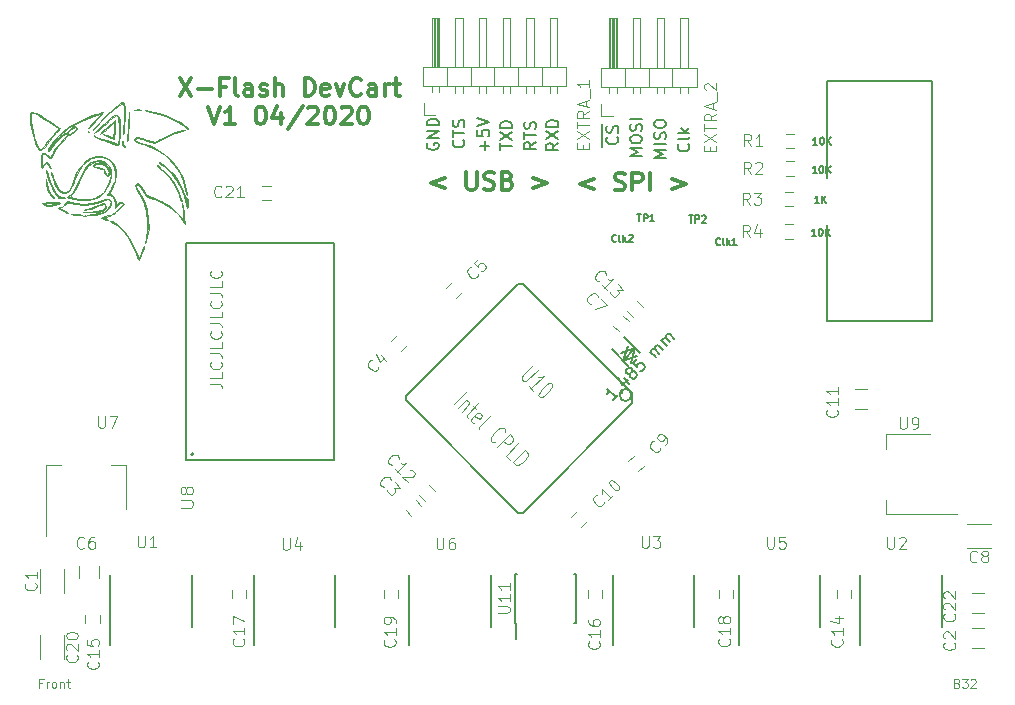
<source format=gbr>
G04 #@! TF.GenerationSoftware,KiCad,Pcbnew,(5.99.0-1468-g7e1294a4b)*
G04 #@! TF.CreationDate,2020-08-22T19:19:53+02:00*
G04 #@! TF.ProjectId,MD_Flash_8M,4d445f46-6c61-4736-985f-384d2e6b6963,rev?*
G04 #@! TF.SameCoordinates,Original*
G04 #@! TF.FileFunction,Legend,Top*
G04 #@! TF.FilePolarity,Positive*
%FSLAX46Y46*%
G04 Gerber Fmt 4.6, Leading zero omitted, Abs format (unit mm)*
G04 Created by KiCad (PCBNEW (5.99.0-1468-g7e1294a4b)) date 2020-08-22 19:19:53*
%MOMM*%
%LPD*%
G01*
G04 APERTURE LIST*
%ADD10C,0.150000*%
%ADD11C,0.300000*%
%ADD12C,0.120000*%
%ADD13C,0.200660*%
%ADD14C,0.203200*%
%ADD15C,0.100000*%
G04 APERTURE END LIST*
D10*
X215735714Y-59096428D02*
X215392857Y-59096428D01*
X215564285Y-59096428D02*
X215564285Y-58496428D01*
X215507142Y-58582142D01*
X215450000Y-58639285D01*
X215392857Y-58667857D01*
X216107142Y-58496428D02*
X216164285Y-58496428D01*
X216221428Y-58525000D01*
X216250000Y-58553571D01*
X216278571Y-58610714D01*
X216307142Y-58725000D01*
X216307142Y-58867857D01*
X216278571Y-58982142D01*
X216250000Y-59039285D01*
X216221428Y-59067857D01*
X216164285Y-59096428D01*
X216107142Y-59096428D01*
X216050000Y-59067857D01*
X216021428Y-59039285D01*
X215992857Y-58982142D01*
X215964285Y-58867857D01*
X215964285Y-58725000D01*
X215992857Y-58610714D01*
X216021428Y-58553571D01*
X216050000Y-58525000D01*
X216107142Y-58496428D01*
X216564285Y-59096428D02*
X216564285Y-58496428D01*
X216907142Y-59096428D02*
X216650000Y-58753571D01*
X216907142Y-58496428D02*
X216564285Y-58839285D01*
X215996428Y-56321428D02*
X215653571Y-56321428D01*
X215825000Y-56321428D02*
X215825000Y-55721428D01*
X215767857Y-55807142D01*
X215710714Y-55864285D01*
X215653571Y-55892857D01*
X216253571Y-56321428D02*
X216253571Y-55721428D01*
X216596428Y-56321428D02*
X216339285Y-55978571D01*
X216596428Y-55721428D02*
X216253571Y-56064285D01*
X215810714Y-53771428D02*
X215467857Y-53771428D01*
X215639285Y-53771428D02*
X215639285Y-53171428D01*
X215582142Y-53257142D01*
X215525000Y-53314285D01*
X215467857Y-53342857D01*
X216182142Y-53171428D02*
X216239285Y-53171428D01*
X216296428Y-53200000D01*
X216325000Y-53228571D01*
X216353571Y-53285714D01*
X216382142Y-53400000D01*
X216382142Y-53542857D01*
X216353571Y-53657142D01*
X216325000Y-53714285D01*
X216296428Y-53742857D01*
X216239285Y-53771428D01*
X216182142Y-53771428D01*
X216125000Y-53742857D01*
X216096428Y-53714285D01*
X216067857Y-53657142D01*
X216039285Y-53542857D01*
X216039285Y-53400000D01*
X216067857Y-53285714D01*
X216096428Y-53228571D01*
X216125000Y-53200000D01*
X216182142Y-53171428D01*
X216639285Y-53771428D02*
X216639285Y-53171428D01*
X216982142Y-53771428D02*
X216725000Y-53428571D01*
X216982142Y-53171428D02*
X216639285Y-53514285D01*
X215860714Y-51371428D02*
X215517857Y-51371428D01*
X215689285Y-51371428D02*
X215689285Y-50771428D01*
X215632142Y-50857142D01*
X215575000Y-50914285D01*
X215517857Y-50942857D01*
X216232142Y-50771428D02*
X216289285Y-50771428D01*
X216346428Y-50800000D01*
X216375000Y-50828571D01*
X216403571Y-50885714D01*
X216432142Y-51000000D01*
X216432142Y-51142857D01*
X216403571Y-51257142D01*
X216375000Y-51314285D01*
X216346428Y-51342857D01*
X216289285Y-51371428D01*
X216232142Y-51371428D01*
X216175000Y-51342857D01*
X216146428Y-51314285D01*
X216117857Y-51257142D01*
X216089285Y-51142857D01*
X216089285Y-51000000D01*
X216117857Y-50885714D01*
X216146428Y-50828571D01*
X216175000Y-50800000D01*
X216232142Y-50771428D01*
X216689285Y-51371428D02*
X216689285Y-50771428D01*
X217032142Y-51371428D02*
X216775000Y-51028571D01*
X217032142Y-50771428D02*
X216689285Y-51114285D01*
X197650000Y-51551190D02*
X197650000Y-50551190D01*
X198907142Y-50741666D02*
X198954761Y-50789285D01*
X199002380Y-50932142D01*
X199002380Y-51027380D01*
X198954761Y-51170238D01*
X198859523Y-51265476D01*
X198764285Y-51313095D01*
X198573809Y-51360714D01*
X198430952Y-51360714D01*
X198240476Y-51313095D01*
X198145238Y-51265476D01*
X198050000Y-51170238D01*
X198002380Y-51027380D01*
X198002380Y-50932142D01*
X198050000Y-50789285D01*
X198097619Y-50741666D01*
X197650000Y-50551190D02*
X197650000Y-49598809D01*
X198954761Y-50360714D02*
X199002380Y-50217857D01*
X199002380Y-49979761D01*
X198954761Y-49884523D01*
X198907142Y-49836904D01*
X198811904Y-49789285D01*
X198716666Y-49789285D01*
X198621428Y-49836904D01*
X198573809Y-49884523D01*
X198526190Y-49979761D01*
X198478571Y-50170238D01*
X198430952Y-50265476D01*
X198383333Y-50313095D01*
X198288095Y-50360714D01*
X198192857Y-50360714D01*
X198097619Y-50313095D01*
X198050000Y-50265476D01*
X198002380Y-50170238D01*
X198002380Y-49932142D01*
X198050000Y-49789285D01*
X201002380Y-52346428D02*
X200002380Y-52346428D01*
X200716666Y-52013095D01*
X200002380Y-51679761D01*
X201002380Y-51679761D01*
X200002380Y-51013095D02*
X200002380Y-50822619D01*
X200050000Y-50727380D01*
X200145238Y-50632142D01*
X200335714Y-50584523D01*
X200669047Y-50584523D01*
X200859523Y-50632142D01*
X200954761Y-50727380D01*
X201002380Y-50822619D01*
X201002380Y-51013095D01*
X200954761Y-51108333D01*
X200859523Y-51203571D01*
X200669047Y-51251190D01*
X200335714Y-51251190D01*
X200145238Y-51203571D01*
X200050000Y-51108333D01*
X200002380Y-51013095D01*
X200954761Y-50203571D02*
X201002380Y-50060714D01*
X201002380Y-49822619D01*
X200954761Y-49727380D01*
X200907142Y-49679761D01*
X200811904Y-49632142D01*
X200716666Y-49632142D01*
X200621428Y-49679761D01*
X200573809Y-49727380D01*
X200526190Y-49822619D01*
X200478571Y-50013095D01*
X200430952Y-50108333D01*
X200383333Y-50155952D01*
X200288095Y-50203571D01*
X200192857Y-50203571D01*
X200097619Y-50155952D01*
X200050000Y-50108333D01*
X200002380Y-50013095D01*
X200002380Y-49775000D01*
X200050000Y-49632142D01*
X201002380Y-49203571D02*
X200002380Y-49203571D01*
X203052380Y-52471428D02*
X202052380Y-52471428D01*
X202766666Y-52138095D01*
X202052380Y-51804761D01*
X203052380Y-51804761D01*
X203052380Y-51328571D02*
X202052380Y-51328571D01*
X203004761Y-50900000D02*
X203052380Y-50757142D01*
X203052380Y-50519047D01*
X203004761Y-50423809D01*
X202957142Y-50376190D01*
X202861904Y-50328571D01*
X202766666Y-50328571D01*
X202671428Y-50376190D01*
X202623809Y-50423809D01*
X202576190Y-50519047D01*
X202528571Y-50709523D01*
X202480952Y-50804761D01*
X202433333Y-50852380D01*
X202338095Y-50900000D01*
X202242857Y-50900000D01*
X202147619Y-50852380D01*
X202100000Y-50804761D01*
X202052380Y-50709523D01*
X202052380Y-50471428D01*
X202100000Y-50328571D01*
X202052380Y-49709523D02*
X202052380Y-49519047D01*
X202100000Y-49423809D01*
X202195238Y-49328571D01*
X202385714Y-49280952D01*
X202719047Y-49280952D01*
X202909523Y-49328571D01*
X203004761Y-49423809D01*
X203052380Y-49519047D01*
X203052380Y-49709523D01*
X203004761Y-49804761D01*
X202909523Y-49900000D01*
X202719047Y-49947619D01*
X202385714Y-49947619D01*
X202195238Y-49900000D01*
X202100000Y-49804761D01*
X202052380Y-49709523D01*
X204932142Y-51332142D02*
X204979761Y-51379761D01*
X205027380Y-51522619D01*
X205027380Y-51617857D01*
X204979761Y-51760714D01*
X204884523Y-51855952D01*
X204789285Y-51903571D01*
X204598809Y-51951190D01*
X204455952Y-51951190D01*
X204265476Y-51903571D01*
X204170238Y-51855952D01*
X204075000Y-51760714D01*
X204027380Y-51617857D01*
X204027380Y-51522619D01*
X204075000Y-51379761D01*
X204122619Y-51332142D01*
X205027380Y-50760714D02*
X204979761Y-50855952D01*
X204884523Y-50903571D01*
X204027380Y-50903571D01*
X205027380Y-50379761D02*
X204027380Y-50379761D01*
X204646428Y-50284523D02*
X205027380Y-49998809D01*
X204360714Y-49998809D02*
X204741666Y-50379761D01*
D11*
X196928571Y-54253571D02*
X195785714Y-54682142D01*
X196928571Y-55110714D01*
X198714285Y-55182142D02*
X198928571Y-55253571D01*
X199285714Y-55253571D01*
X199428571Y-55182142D01*
X199500000Y-55110714D01*
X199571428Y-54967857D01*
X199571428Y-54825000D01*
X199500000Y-54682142D01*
X199428571Y-54610714D01*
X199285714Y-54539285D01*
X199000000Y-54467857D01*
X198857142Y-54396428D01*
X198785714Y-54325000D01*
X198714285Y-54182142D01*
X198714285Y-54039285D01*
X198785714Y-53896428D01*
X198857142Y-53825000D01*
X199000000Y-53753571D01*
X199357142Y-53753571D01*
X199571428Y-53825000D01*
X200214285Y-55253571D02*
X200214285Y-53753571D01*
X200785714Y-53753571D01*
X200928571Y-53825000D01*
X201000000Y-53896428D01*
X201071428Y-54039285D01*
X201071428Y-54253571D01*
X201000000Y-54396428D01*
X200928571Y-54467857D01*
X200785714Y-54539285D01*
X200214285Y-54539285D01*
X201714285Y-55253571D02*
X201714285Y-53753571D01*
X203571428Y-54253571D02*
X204714285Y-54682142D01*
X203571428Y-55110714D01*
X184300000Y-54178571D02*
X183157142Y-54607142D01*
X184300000Y-55035714D01*
X186157142Y-53678571D02*
X186157142Y-54892857D01*
X186228571Y-55035714D01*
X186300000Y-55107142D01*
X186442857Y-55178571D01*
X186728571Y-55178571D01*
X186871428Y-55107142D01*
X186942857Y-55035714D01*
X187014285Y-54892857D01*
X187014285Y-53678571D01*
X187657142Y-55107142D02*
X187871428Y-55178571D01*
X188228571Y-55178571D01*
X188371428Y-55107142D01*
X188442857Y-55035714D01*
X188514285Y-54892857D01*
X188514285Y-54750000D01*
X188442857Y-54607142D01*
X188371428Y-54535714D01*
X188228571Y-54464285D01*
X187942857Y-54392857D01*
X187800000Y-54321428D01*
X187728571Y-54250000D01*
X187657142Y-54107142D01*
X187657142Y-53964285D01*
X187728571Y-53821428D01*
X187800000Y-53750000D01*
X187942857Y-53678571D01*
X188300000Y-53678571D01*
X188514285Y-53750000D01*
X189657142Y-54392857D02*
X189871428Y-54464285D01*
X189942857Y-54535714D01*
X190014285Y-54678571D01*
X190014285Y-54892857D01*
X189942857Y-55035714D01*
X189871428Y-55107142D01*
X189728571Y-55178571D01*
X189157142Y-55178571D01*
X189157142Y-53678571D01*
X189657142Y-53678571D01*
X189800000Y-53750000D01*
X189871428Y-53821428D01*
X189942857Y-53964285D01*
X189942857Y-54107142D01*
X189871428Y-54250000D01*
X189800000Y-54321428D01*
X189657142Y-54392857D01*
X189157142Y-54392857D01*
X191800000Y-54178571D02*
X192942857Y-54607142D01*
X191800000Y-55035714D01*
D10*
X193927380Y-51241666D02*
X193451190Y-51575000D01*
X193927380Y-51813095D02*
X192927380Y-51813095D01*
X192927380Y-51432142D01*
X192975000Y-51336904D01*
X193022619Y-51289285D01*
X193117857Y-51241666D01*
X193260714Y-51241666D01*
X193355952Y-51289285D01*
X193403571Y-51336904D01*
X193451190Y-51432142D01*
X193451190Y-51813095D01*
X192927380Y-50908333D02*
X193927380Y-50241666D01*
X192927380Y-50241666D02*
X193927380Y-50908333D01*
X193927380Y-49860714D02*
X192927380Y-49860714D01*
X192927380Y-49622619D01*
X192975000Y-49479761D01*
X193070238Y-49384523D01*
X193165476Y-49336904D01*
X193355952Y-49289285D01*
X193498809Y-49289285D01*
X193689285Y-49336904D01*
X193784523Y-49384523D01*
X193879761Y-49479761D01*
X193927380Y-49622619D01*
X193927380Y-49860714D01*
X192027380Y-51172619D02*
X191551190Y-51505952D01*
X192027380Y-51744047D02*
X191027380Y-51744047D01*
X191027380Y-51363095D01*
X191075000Y-51267857D01*
X191122619Y-51220238D01*
X191217857Y-51172619D01*
X191360714Y-51172619D01*
X191455952Y-51220238D01*
X191503571Y-51267857D01*
X191551190Y-51363095D01*
X191551190Y-51744047D01*
X191027380Y-50886904D02*
X191027380Y-50315476D01*
X192027380Y-50601190D02*
X191027380Y-50601190D01*
X191979761Y-50029761D02*
X192027380Y-49886904D01*
X192027380Y-49648809D01*
X191979761Y-49553571D01*
X191932142Y-49505952D01*
X191836904Y-49458333D01*
X191741666Y-49458333D01*
X191646428Y-49505952D01*
X191598809Y-49553571D01*
X191551190Y-49648809D01*
X191503571Y-49839285D01*
X191455952Y-49934523D01*
X191408333Y-49982142D01*
X191313095Y-50029761D01*
X191217857Y-50029761D01*
X191122619Y-49982142D01*
X191075000Y-49934523D01*
X191027380Y-49839285D01*
X191027380Y-49601190D01*
X191075000Y-49458333D01*
X189002380Y-51811904D02*
X189002380Y-51240476D01*
X190002380Y-51526190D02*
X189002380Y-51526190D01*
X189002380Y-51002380D02*
X190002380Y-50335714D01*
X189002380Y-50335714D02*
X190002380Y-51002380D01*
X190002380Y-49954761D02*
X189002380Y-49954761D01*
X189002380Y-49716666D01*
X189050000Y-49573809D01*
X189145238Y-49478571D01*
X189240476Y-49430952D01*
X189430952Y-49383333D01*
X189573809Y-49383333D01*
X189764285Y-49430952D01*
X189859523Y-49478571D01*
X189954761Y-49573809D01*
X190002380Y-49716666D01*
X190002380Y-49954761D01*
X187696428Y-51860714D02*
X187696428Y-51098809D01*
X188077380Y-51479761D02*
X187315476Y-51479761D01*
X187077380Y-50146428D02*
X187077380Y-50622619D01*
X187553571Y-50670238D01*
X187505952Y-50622619D01*
X187458333Y-50527380D01*
X187458333Y-50289285D01*
X187505952Y-50194047D01*
X187553571Y-50146428D01*
X187648809Y-50098809D01*
X187886904Y-50098809D01*
X187982142Y-50146428D01*
X188029761Y-50194047D01*
X188077380Y-50289285D01*
X188077380Y-50527380D01*
X188029761Y-50622619D01*
X187982142Y-50670238D01*
X187077380Y-49813095D02*
X188077380Y-49479761D01*
X187077380Y-49146428D01*
X185882142Y-50997619D02*
X185929761Y-51045238D01*
X185977380Y-51188095D01*
X185977380Y-51283333D01*
X185929761Y-51426190D01*
X185834523Y-51521428D01*
X185739285Y-51569047D01*
X185548809Y-51616666D01*
X185405952Y-51616666D01*
X185215476Y-51569047D01*
X185120238Y-51521428D01*
X185025000Y-51426190D01*
X184977380Y-51283333D01*
X184977380Y-51188095D01*
X185025000Y-51045238D01*
X185072619Y-50997619D01*
X184977380Y-50711904D02*
X184977380Y-50140476D01*
X185977380Y-50426190D02*
X184977380Y-50426190D01*
X185929761Y-49854761D02*
X185977380Y-49711904D01*
X185977380Y-49473809D01*
X185929761Y-49378571D01*
X185882142Y-49330952D01*
X185786904Y-49283333D01*
X185691666Y-49283333D01*
X185596428Y-49330952D01*
X185548809Y-49378571D01*
X185501190Y-49473809D01*
X185453571Y-49664285D01*
X185405952Y-49759523D01*
X185358333Y-49807142D01*
X185263095Y-49854761D01*
X185167857Y-49854761D01*
X185072619Y-49807142D01*
X185025000Y-49759523D01*
X184977380Y-49664285D01*
X184977380Y-49426190D01*
X185025000Y-49283333D01*
X182850000Y-51261904D02*
X182802380Y-51357142D01*
X182802380Y-51500000D01*
X182850000Y-51642857D01*
X182945238Y-51738095D01*
X183040476Y-51785714D01*
X183230952Y-51833333D01*
X183373809Y-51833333D01*
X183564285Y-51785714D01*
X183659523Y-51738095D01*
X183754761Y-51642857D01*
X183802380Y-51500000D01*
X183802380Y-51404761D01*
X183754761Y-51261904D01*
X183707142Y-51214285D01*
X183373809Y-51214285D01*
X183373809Y-51404761D01*
X183802380Y-50785714D02*
X182802380Y-50785714D01*
X183802380Y-50214285D01*
X182802380Y-50214285D01*
X183802380Y-49738095D02*
X182802380Y-49738095D01*
X182802380Y-49500000D01*
X182850000Y-49357142D01*
X182945238Y-49261904D01*
X183040476Y-49214285D01*
X183230952Y-49166666D01*
X183373809Y-49166666D01*
X183564285Y-49214285D01*
X183659523Y-49261904D01*
X183754761Y-49357142D01*
X183802380Y-49500000D01*
X183802380Y-49738095D01*
X207650000Y-59814285D02*
X207621428Y-59842857D01*
X207535714Y-59871428D01*
X207478571Y-59871428D01*
X207392857Y-59842857D01*
X207335714Y-59785714D01*
X207307142Y-59728571D01*
X207278571Y-59614285D01*
X207278571Y-59528571D01*
X207307142Y-59414285D01*
X207335714Y-59357142D01*
X207392857Y-59300000D01*
X207478571Y-59271428D01*
X207535714Y-59271428D01*
X207621428Y-59300000D01*
X207650000Y-59328571D01*
X207992857Y-59871428D02*
X207935714Y-59842857D01*
X207907142Y-59785714D01*
X207907142Y-59271428D01*
X208221428Y-59871428D02*
X208221428Y-59271428D01*
X208278571Y-59642857D02*
X208450000Y-59871428D01*
X208450000Y-59471428D02*
X208221428Y-59700000D01*
X209021428Y-59871428D02*
X208678571Y-59871428D01*
X208850000Y-59871428D02*
X208850000Y-59271428D01*
X208792857Y-59357142D01*
X208735714Y-59414285D01*
X208678571Y-59442857D01*
X198987956Y-72565284D02*
X198583895Y-72969345D01*
X198785926Y-72767314D02*
X198078819Y-72060208D01*
X198112491Y-72228566D01*
X198112491Y-72363253D01*
X198078819Y-72464269D01*
X199291002Y-72194895D02*
X199324674Y-72228566D01*
X199358346Y-72329582D01*
X199358346Y-72396925D01*
X199459361Y-71151070D02*
X199930765Y-71622475D01*
X199021628Y-71050055D02*
X199358346Y-71723490D01*
X199796078Y-71285757D01*
X199998109Y-70747009D02*
X199897094Y-70780681D01*
X199829750Y-70780681D01*
X199728735Y-70747009D01*
X199695063Y-70713338D01*
X199661391Y-70612322D01*
X199661391Y-70544979D01*
X199695063Y-70443964D01*
X199829750Y-70309277D01*
X199930765Y-70275605D01*
X199998109Y-70275605D01*
X200099124Y-70309277D01*
X200132796Y-70342948D01*
X200166468Y-70443964D01*
X200166468Y-70511307D01*
X200132796Y-70612322D01*
X199998109Y-70747009D01*
X199964437Y-70848025D01*
X199964437Y-70915368D01*
X199998109Y-71016383D01*
X200132796Y-71151070D01*
X200233811Y-71184742D01*
X200301155Y-71184742D01*
X200402170Y-71151070D01*
X200536857Y-71016383D01*
X200570529Y-70915368D01*
X200570529Y-70848025D01*
X200536857Y-70747009D01*
X200402170Y-70612322D01*
X200301155Y-70578651D01*
X200233811Y-70578651D01*
X200132796Y-70612322D01*
X200604200Y-69534826D02*
X200267483Y-69871544D01*
X200570529Y-70241933D01*
X200570529Y-70174590D01*
X200604200Y-70073574D01*
X200772559Y-69905216D01*
X200873574Y-69871544D01*
X200940918Y-69871544D01*
X201041933Y-69905216D01*
X201210292Y-70073574D01*
X201243964Y-70174590D01*
X201243964Y-70241933D01*
X201210292Y-70342948D01*
X201041933Y-70511307D01*
X200940918Y-70544979D01*
X200873574Y-70544979D01*
X202186773Y-69366468D02*
X201715368Y-68895063D01*
X201782712Y-68962407D02*
X201782712Y-68895063D01*
X201816383Y-68794048D01*
X201917399Y-68693033D01*
X202018414Y-68659361D01*
X202119429Y-68693033D01*
X202489818Y-69063422D01*
X202119429Y-68693033D02*
X202085757Y-68592017D01*
X202119429Y-68491002D01*
X202220444Y-68389987D01*
X202321460Y-68356315D01*
X202422475Y-68389987D01*
X202792864Y-68760376D01*
X203129582Y-68423659D02*
X202658177Y-67952254D01*
X202725521Y-68019598D02*
X202725521Y-67952254D01*
X202759192Y-67851239D01*
X202860208Y-67750224D01*
X202961223Y-67716552D01*
X203062238Y-67750224D01*
X203432627Y-68120613D01*
X203062238Y-67750224D02*
X203028566Y-67649208D01*
X203062238Y-67548193D01*
X203163253Y-67447178D01*
X203264269Y-67413506D01*
X203365284Y-67447178D01*
X203735673Y-67817567D01*
X200462500Y-68612500D02*
X199412500Y-69662500D01*
X199500000Y-67650000D02*
X200877162Y-69027162D01*
X198450000Y-68700000D02*
X199827162Y-70077162D01*
X199412500Y-69662500D02*
X199794396Y-68451279D01*
X199412500Y-69662500D02*
X200623721Y-69280604D01*
X200462500Y-68612500D02*
X199251279Y-68994396D01*
X200462500Y-68612500D02*
X200080604Y-69823721D01*
X198850000Y-59539285D02*
X198821428Y-59567857D01*
X198735714Y-59596428D01*
X198678571Y-59596428D01*
X198592857Y-59567857D01*
X198535714Y-59510714D01*
X198507142Y-59453571D01*
X198478571Y-59339285D01*
X198478571Y-59253571D01*
X198507142Y-59139285D01*
X198535714Y-59082142D01*
X198592857Y-59025000D01*
X198678571Y-58996428D01*
X198735714Y-58996428D01*
X198821428Y-59025000D01*
X198850000Y-59053571D01*
X199192857Y-59596428D02*
X199135714Y-59567857D01*
X199107142Y-59510714D01*
X199107142Y-58996428D01*
X199421428Y-59596428D02*
X199421428Y-58996428D01*
X199478571Y-59367857D02*
X199650000Y-59596428D01*
X199650000Y-59196428D02*
X199421428Y-59425000D01*
X199878571Y-59053571D02*
X199907142Y-59025000D01*
X199964285Y-58996428D01*
X200107142Y-58996428D01*
X200164285Y-59025000D01*
X200192857Y-59053571D01*
X200221428Y-59110714D01*
X200221428Y-59167857D01*
X200192857Y-59253571D01*
X199850000Y-59596428D01*
X200221428Y-59596428D01*
X200617857Y-57271428D02*
X200960714Y-57271428D01*
X200789285Y-57871428D02*
X200789285Y-57271428D01*
X201160714Y-57871428D02*
X201160714Y-57271428D01*
X201389285Y-57271428D01*
X201446428Y-57300000D01*
X201475000Y-57328571D01*
X201503571Y-57385714D01*
X201503571Y-57471428D01*
X201475000Y-57528571D01*
X201446428Y-57557142D01*
X201389285Y-57585714D01*
X201160714Y-57585714D01*
X202075000Y-57871428D02*
X201732142Y-57871428D01*
X201903571Y-57871428D02*
X201903571Y-57271428D01*
X201846428Y-57357142D01*
X201789285Y-57414285D01*
X201732142Y-57442857D01*
X204992857Y-57371428D02*
X205335714Y-57371428D01*
X205164285Y-57971428D02*
X205164285Y-57371428D01*
X205535714Y-57971428D02*
X205535714Y-57371428D01*
X205764285Y-57371428D01*
X205821428Y-57400000D01*
X205850000Y-57428571D01*
X205878571Y-57485714D01*
X205878571Y-57571428D01*
X205850000Y-57628571D01*
X205821428Y-57657142D01*
X205764285Y-57685714D01*
X205535714Y-57685714D01*
X206107142Y-57428571D02*
X206135714Y-57400000D01*
X206192857Y-57371428D01*
X206335714Y-57371428D01*
X206392857Y-57400000D01*
X206421428Y-57428571D01*
X206450000Y-57485714D01*
X206450000Y-57542857D01*
X206421428Y-57628571D01*
X206078571Y-57971428D01*
X206450000Y-57971428D01*
D11*
X161874285Y-45741071D02*
X162874285Y-47241071D01*
X162874285Y-45741071D02*
X161874285Y-47241071D01*
X163445714Y-46669642D02*
X164588571Y-46669642D01*
X165802857Y-46455357D02*
X165302857Y-46455357D01*
X165302857Y-47241071D02*
X165302857Y-45741071D01*
X166017142Y-45741071D01*
X166802857Y-47241071D02*
X166660000Y-47169642D01*
X166588571Y-47026785D01*
X166588571Y-45741071D01*
X168017142Y-47241071D02*
X168017142Y-46455357D01*
X167945714Y-46312500D01*
X167802857Y-46241071D01*
X167517142Y-46241071D01*
X167374285Y-46312500D01*
X168017142Y-47169642D02*
X167874285Y-47241071D01*
X167517142Y-47241071D01*
X167374285Y-47169642D01*
X167302857Y-47026785D01*
X167302857Y-46883928D01*
X167374285Y-46741071D01*
X167517142Y-46669642D01*
X167874285Y-46669642D01*
X168017142Y-46598214D01*
X168660000Y-47169642D02*
X168802857Y-47241071D01*
X169088571Y-47241071D01*
X169231428Y-47169642D01*
X169302857Y-47026785D01*
X169302857Y-46955357D01*
X169231428Y-46812500D01*
X169088571Y-46741071D01*
X168874285Y-46741071D01*
X168731428Y-46669642D01*
X168660000Y-46526785D01*
X168660000Y-46455357D01*
X168731428Y-46312500D01*
X168874285Y-46241071D01*
X169088571Y-46241071D01*
X169231428Y-46312500D01*
X169945714Y-47241071D02*
X169945714Y-45741071D01*
X170588571Y-47241071D02*
X170588571Y-46455357D01*
X170517142Y-46312500D01*
X170374285Y-46241071D01*
X170160000Y-46241071D01*
X170017142Y-46312500D01*
X169945714Y-46383928D01*
X172445714Y-47241071D02*
X172445714Y-45741071D01*
X172802857Y-45741071D01*
X173017142Y-45812500D01*
X173160000Y-45955357D01*
X173231428Y-46098214D01*
X173302857Y-46383928D01*
X173302857Y-46598214D01*
X173231428Y-46883928D01*
X173160000Y-47026785D01*
X173017142Y-47169642D01*
X172802857Y-47241071D01*
X172445714Y-47241071D01*
X174517142Y-47169642D02*
X174374285Y-47241071D01*
X174088571Y-47241071D01*
X173945714Y-47169642D01*
X173874285Y-47026785D01*
X173874285Y-46455357D01*
X173945714Y-46312500D01*
X174088571Y-46241071D01*
X174374285Y-46241071D01*
X174517142Y-46312500D01*
X174588571Y-46455357D01*
X174588571Y-46598214D01*
X173874285Y-46741071D01*
X175088571Y-46241071D02*
X175445714Y-47241071D01*
X175802857Y-46241071D01*
X177231428Y-47098214D02*
X177160000Y-47169642D01*
X176945714Y-47241071D01*
X176802857Y-47241071D01*
X176588571Y-47169642D01*
X176445714Y-47026785D01*
X176374285Y-46883928D01*
X176302857Y-46598214D01*
X176302857Y-46383928D01*
X176374285Y-46098214D01*
X176445714Y-45955357D01*
X176588571Y-45812500D01*
X176802857Y-45741071D01*
X176945714Y-45741071D01*
X177160000Y-45812500D01*
X177231428Y-45883928D01*
X178517142Y-47241071D02*
X178517142Y-46455357D01*
X178445714Y-46312500D01*
X178302857Y-46241071D01*
X178017142Y-46241071D01*
X177874285Y-46312500D01*
X178517142Y-47169642D02*
X178374285Y-47241071D01*
X178017142Y-47241071D01*
X177874285Y-47169642D01*
X177802857Y-47026785D01*
X177802857Y-46883928D01*
X177874285Y-46741071D01*
X178017142Y-46669642D01*
X178374285Y-46669642D01*
X178517142Y-46598214D01*
X179231428Y-47241071D02*
X179231428Y-46241071D01*
X179231428Y-46526785D02*
X179302857Y-46383928D01*
X179374285Y-46312500D01*
X179517142Y-46241071D01*
X179660000Y-46241071D01*
X179945714Y-46241071D02*
X180517142Y-46241071D01*
X180160000Y-45741071D02*
X180160000Y-47026785D01*
X180231428Y-47169642D01*
X180374285Y-47241071D01*
X180517142Y-47241071D01*
X164302857Y-48156071D02*
X164802857Y-49656071D01*
X165302857Y-48156071D01*
X166588571Y-49656071D02*
X165731428Y-49656071D01*
X166160000Y-49656071D02*
X166160000Y-48156071D01*
X166017142Y-48370357D01*
X165874285Y-48513214D01*
X165731428Y-48584642D01*
X168660000Y-48156071D02*
X168802857Y-48156071D01*
X168945714Y-48227500D01*
X169017142Y-48298928D01*
X169088571Y-48441785D01*
X169160000Y-48727500D01*
X169160000Y-49084642D01*
X169088571Y-49370357D01*
X169017142Y-49513214D01*
X168945714Y-49584642D01*
X168802857Y-49656071D01*
X168660000Y-49656071D01*
X168517142Y-49584642D01*
X168445714Y-49513214D01*
X168374285Y-49370357D01*
X168302857Y-49084642D01*
X168302857Y-48727500D01*
X168374285Y-48441785D01*
X168445714Y-48298928D01*
X168517142Y-48227500D01*
X168660000Y-48156071D01*
X170445714Y-48656071D02*
X170445714Y-49656071D01*
X170088571Y-48084642D02*
X169731428Y-49156071D01*
X170660000Y-49156071D01*
X172302857Y-48084642D02*
X171017142Y-50013214D01*
X172731428Y-48298928D02*
X172802857Y-48227500D01*
X172945714Y-48156071D01*
X173302857Y-48156071D01*
X173445714Y-48227500D01*
X173517142Y-48298928D01*
X173588571Y-48441785D01*
X173588571Y-48584642D01*
X173517142Y-48798928D01*
X172660000Y-49656071D01*
X173588571Y-49656071D01*
X174517142Y-48156071D02*
X174660000Y-48156071D01*
X174802857Y-48227500D01*
X174874285Y-48298928D01*
X174945714Y-48441785D01*
X175017142Y-48727500D01*
X175017142Y-49084642D01*
X174945714Y-49370357D01*
X174874285Y-49513214D01*
X174802857Y-49584642D01*
X174660000Y-49656071D01*
X174517142Y-49656071D01*
X174374285Y-49584642D01*
X174302857Y-49513214D01*
X174231428Y-49370357D01*
X174160000Y-49084642D01*
X174160000Y-48727500D01*
X174231428Y-48441785D01*
X174302857Y-48298928D01*
X174374285Y-48227500D01*
X174517142Y-48156071D01*
X175588571Y-48298928D02*
X175660000Y-48227500D01*
X175802857Y-48156071D01*
X176160000Y-48156071D01*
X176302857Y-48227500D01*
X176374285Y-48298928D01*
X176445714Y-48441785D01*
X176445714Y-48584642D01*
X176374285Y-48798928D01*
X175517142Y-49656071D01*
X176445714Y-49656071D01*
X177374285Y-48156071D02*
X177517142Y-48156071D01*
X177660000Y-48227500D01*
X177731428Y-48298928D01*
X177802857Y-48441785D01*
X177874285Y-48727500D01*
X177874285Y-49084642D01*
X177802857Y-49370357D01*
X177731428Y-49513214D01*
X177660000Y-49584642D01*
X177517142Y-49656071D01*
X177374285Y-49656071D01*
X177231428Y-49584642D01*
X177160000Y-49513214D01*
X177088571Y-49370357D01*
X177017142Y-49084642D01*
X177017142Y-48727500D01*
X177088571Y-48441785D01*
X177160000Y-48298928D01*
X177231428Y-48227500D01*
X177374285Y-48156071D01*
D12*
X230000000Y-89370000D02*
X229000000Y-89370000D01*
X229000000Y-91070000D02*
X230000000Y-91070000D01*
X229000000Y-93990000D02*
X230000000Y-93990000D01*
X230000000Y-92290000D02*
X229000000Y-92290000D01*
X220070000Y-72080000D02*
X219070000Y-72080000D01*
X219070000Y-73780000D02*
X220070000Y-73780000D01*
X153320000Y-87040000D02*
X153320000Y-88040000D01*
X155020000Y-88040000D02*
X155020000Y-87040000D01*
X230550000Y-83530000D02*
X228550000Y-83530000D01*
X228550000Y-85570000D02*
X230550000Y-85570000D01*
X150040000Y-87320000D02*
X150040000Y-89320000D01*
X152080000Y-89320000D02*
X152080000Y-87320000D01*
X221640000Y-75865000D02*
X221640000Y-77125000D01*
X221640000Y-82685000D02*
X221640000Y-81425000D01*
X225400000Y-75865000D02*
X221640000Y-75865000D01*
X227650000Y-82685000D02*
X221640000Y-82685000D01*
X150540000Y-84500000D02*
X150540000Y-78490000D01*
X157360000Y-82250000D02*
X157360000Y-78490000D01*
X150540000Y-78490000D02*
X151800000Y-78490000D01*
X157360000Y-78490000D02*
X156100000Y-78490000D01*
X169575000Y-56075000D02*
X168875000Y-56075000D01*
X168875000Y-54875000D02*
X169575000Y-54875000D01*
X197575000Y-48925000D02*
X197575000Y-47925000D01*
X198575000Y-48925000D02*
X197575000Y-48925000D01*
X204885000Y-47042886D02*
X204885000Y-46485000D01*
X204265000Y-47042886D02*
X204265000Y-46485000D01*
X204885000Y-40665000D02*
X204885000Y-44865000D01*
X204265000Y-40665000D02*
X204885000Y-40665000D01*
X204265000Y-44865000D02*
X204265000Y-40665000D01*
X203575000Y-46485000D02*
X203575000Y-44865000D01*
X202885000Y-47042886D02*
X202885000Y-46485000D01*
X202265000Y-47042886D02*
X202265000Y-46485000D01*
X202885000Y-40665000D02*
X202885000Y-44865000D01*
X202265000Y-40665000D02*
X202885000Y-40665000D01*
X202265000Y-44865000D02*
X202265000Y-40665000D01*
X201575000Y-46485000D02*
X201575000Y-44865000D01*
X200885000Y-47042886D02*
X200885000Y-46485000D01*
X200265000Y-47042886D02*
X200265000Y-46485000D01*
X200885000Y-40665000D02*
X200885000Y-44865000D01*
X200265000Y-40665000D02*
X200885000Y-40665000D01*
X200265000Y-44865000D02*
X200265000Y-40665000D01*
X199575000Y-46485000D02*
X199575000Y-44865000D01*
X198885000Y-46990000D02*
X198885000Y-46485000D01*
X198265000Y-46990000D02*
X198265000Y-46485000D01*
X198805000Y-44865000D02*
X198805000Y-40665000D01*
X198685000Y-44865000D02*
X198685000Y-40665000D01*
X198565000Y-44865000D02*
X198565000Y-40665000D01*
X198445000Y-44865000D02*
X198445000Y-40665000D01*
X198325000Y-44865000D02*
X198325000Y-40665000D01*
X198885000Y-40665000D02*
X198885000Y-44865000D01*
X198265000Y-40665000D02*
X198885000Y-40665000D01*
X198265000Y-44865000D02*
X198265000Y-40665000D01*
X197515000Y-44865000D02*
X197515000Y-46485000D01*
X205635000Y-44865000D02*
X197515000Y-44865000D01*
X205635000Y-46485000D02*
X205635000Y-44865000D01*
X197515000Y-46485000D02*
X205635000Y-46485000D01*
X213825000Y-59325000D02*
X213125000Y-59325000D01*
X213125000Y-58125000D02*
X213825000Y-58125000D01*
X213125000Y-55400000D02*
X213825000Y-55400000D01*
X213825000Y-56600000D02*
X213125000Y-56600000D01*
X213900000Y-54000000D02*
X213200000Y-54000000D01*
X213200000Y-52800000D02*
X213900000Y-52800000D01*
X213225000Y-50450000D02*
X213925000Y-50450000D01*
X213925000Y-51650000D02*
X213225000Y-51650000D01*
X182525000Y-48875000D02*
X182525000Y-47875000D01*
X183525000Y-48875000D02*
X182525000Y-48875000D01*
X193835000Y-46992886D02*
X193835000Y-46435000D01*
X193215000Y-46992886D02*
X193215000Y-46435000D01*
X193835000Y-40615000D02*
X193835000Y-44815000D01*
X193215000Y-40615000D02*
X193835000Y-40615000D01*
X193215000Y-44815000D02*
X193215000Y-40615000D01*
X192525000Y-46435000D02*
X192525000Y-44815000D01*
X191835000Y-46992886D02*
X191835000Y-46435000D01*
X191215000Y-46992886D02*
X191215000Y-46435000D01*
X191835000Y-40615000D02*
X191835000Y-44815000D01*
X191215000Y-40615000D02*
X191835000Y-40615000D01*
X191215000Y-44815000D02*
X191215000Y-40615000D01*
X190525000Y-46435000D02*
X190525000Y-44815000D01*
X189835000Y-46992886D02*
X189835000Y-46435000D01*
X189215000Y-46992886D02*
X189215000Y-46435000D01*
X189835000Y-40615000D02*
X189835000Y-44815000D01*
X189215000Y-40615000D02*
X189835000Y-40615000D01*
X189215000Y-44815000D02*
X189215000Y-40615000D01*
X188525000Y-46435000D02*
X188525000Y-44815000D01*
X187835000Y-46992886D02*
X187835000Y-46435000D01*
X187215000Y-46992886D02*
X187215000Y-46435000D01*
X187835000Y-40615000D02*
X187835000Y-44815000D01*
X187215000Y-40615000D02*
X187835000Y-40615000D01*
X187215000Y-44815000D02*
X187215000Y-40615000D01*
X186525000Y-46435000D02*
X186525000Y-44815000D01*
X185835000Y-46992886D02*
X185835000Y-46435000D01*
X185215000Y-46992886D02*
X185215000Y-46435000D01*
X185835000Y-40615000D02*
X185835000Y-44815000D01*
X185215000Y-40615000D02*
X185835000Y-40615000D01*
X185215000Y-44815000D02*
X185215000Y-40615000D01*
X184525000Y-46435000D02*
X184525000Y-44815000D01*
X183835000Y-46940000D02*
X183835000Y-46435000D01*
X183215000Y-46940000D02*
X183215000Y-46435000D01*
X183755000Y-44815000D02*
X183755000Y-40615000D01*
X183635000Y-44815000D02*
X183635000Y-40615000D01*
X183515000Y-44815000D02*
X183515000Y-40615000D01*
X183395000Y-44815000D02*
X183395000Y-40615000D01*
X183275000Y-44815000D02*
X183275000Y-40615000D01*
X183835000Y-40615000D02*
X183835000Y-44815000D01*
X183215000Y-40615000D02*
X183835000Y-40615000D01*
X183215000Y-44815000D02*
X183215000Y-40615000D01*
X182465000Y-44815000D02*
X182465000Y-46435000D01*
X194585000Y-44815000D02*
X182465000Y-44815000D01*
X194585000Y-46435000D02*
X194585000Y-44815000D01*
X182465000Y-46435000D02*
X194585000Y-46435000D01*
D10*
X225575000Y-66325000D02*
X216675000Y-66325000D01*
X225575000Y-46025000D02*
X216675000Y-46025000D01*
X225575000Y-66325000D02*
X225575000Y-46025000D01*
X216675000Y-46025000D02*
X216675000Y-54175000D01*
X216675000Y-66325000D02*
X216675000Y-58175000D01*
D12*
X181146751Y-68351777D02*
X180651777Y-68846751D01*
X179803249Y-67998223D02*
X180298223Y-67503249D01*
X184428249Y-63523223D02*
X184923223Y-63028249D01*
X185771751Y-63876777D02*
X185276777Y-64371751D01*
X200626777Y-64603249D02*
X201121751Y-65098223D01*
X200273223Y-65946751D02*
X199778249Y-65451777D01*
X199098223Y-67196751D02*
X198603249Y-66701777D01*
X199451777Y-65853249D02*
X199946751Y-66348223D01*
X201196751Y-78551777D02*
X200701777Y-79046751D01*
X199853249Y-78198223D02*
X200348223Y-77703249D01*
X195028249Y-82898223D02*
X195523223Y-82403249D01*
X196371751Y-83251777D02*
X195876777Y-83746751D01*
X181851777Y-81478249D02*
X182346751Y-81973223D01*
X181498223Y-82821751D02*
X181003249Y-82326777D01*
X182673223Y-81571751D02*
X182178249Y-81076777D01*
X183026777Y-80228249D02*
X183521751Y-80723223D01*
X208725000Y-89050000D02*
X208725000Y-89750000D01*
X207525000Y-89750000D02*
X207525000Y-89050000D01*
X196425000Y-89750000D02*
X196425000Y-89050000D01*
X197625000Y-89050000D02*
X197625000Y-89750000D01*
X217550000Y-89750000D02*
X217550000Y-89050000D01*
X218750000Y-89050000D02*
X218750000Y-89750000D01*
D10*
X205425000Y-92225000D02*
X205425000Y-87775000D01*
X198525000Y-93750000D02*
X198525000Y-87775000D01*
X216125000Y-92225000D02*
X216125000Y-87775000D01*
X209225000Y-93750000D02*
X209225000Y-87775000D01*
X226400000Y-92225000D02*
X226400000Y-87775000D01*
X219500000Y-93750000D02*
X219500000Y-87775000D01*
D12*
X150040000Y-92930000D02*
X150040000Y-94930000D01*
X152080000Y-94930000D02*
X152080000Y-92930000D01*
X180350000Y-89075000D02*
X180350000Y-89775000D01*
X179150000Y-89775000D02*
X179150000Y-89075000D01*
X153900000Y-91900000D02*
X153900000Y-91200000D01*
X155100000Y-91200000D02*
X155100000Y-91900000D01*
X166275000Y-89800000D02*
X166275000Y-89100000D01*
X167475000Y-89100000D02*
X167475000Y-89800000D01*
D10*
X190325000Y-91850000D02*
X190325000Y-93250000D01*
X195425000Y-91850000D02*
X195425000Y-87700000D01*
X190275000Y-91850000D02*
X190275000Y-87700000D01*
X195425000Y-91850000D02*
X195280000Y-91850000D01*
X195425000Y-87700000D02*
X195280000Y-87700000D01*
X190275000Y-87700000D02*
X190420000Y-87700000D01*
X190275000Y-91850000D02*
X190325000Y-91850000D01*
D13*
X162430000Y-59692780D02*
X162430000Y-78092540D01*
X174929340Y-59692780D02*
X162430000Y-59692780D01*
X174929340Y-78092540D02*
X174929340Y-59692780D01*
X162430000Y-78092540D02*
X174929340Y-78092540D01*
X163031980Y-77592160D02*
G75*
G03*
X163031980Y-77592160I-101600J0D01*
G01*
D10*
X181300000Y-93750000D02*
X181300000Y-87775000D01*
X188200000Y-92225000D02*
X188200000Y-87775000D01*
X168150000Y-93750000D02*
X168150000Y-87775000D01*
X175050000Y-92225000D02*
X175050000Y-87775000D01*
X156000000Y-93750000D02*
X156000000Y-87775000D01*
X162900000Y-92225000D02*
X162900000Y-87775000D01*
D14*
X190909605Y-82538677D02*
X200159269Y-73289013D01*
X181031323Y-73019605D02*
X190550395Y-82538677D01*
X190550395Y-63141323D02*
X181031323Y-72660395D01*
X200159269Y-72390987D02*
X190909605Y-63141323D01*
X190550395Y-82538677D02*
X190909605Y-82538677D01*
X181031323Y-72660395D02*
X181031323Y-73019605D01*
X190550395Y-63141323D02*
X190909605Y-63141323D01*
X200159269Y-73289013D02*
X200159269Y-72390987D01*
X200128454Y-72570592D02*
G75*
G03*
X200128454Y-72570592I-508000J0D01*
G01*
G36*
X158564683Y-48403170D02*
G01*
X158611450Y-48420813D01*
X158510711Y-48433131D01*
X158288000Y-48437431D01*
X158070722Y-48432343D01*
X157987024Y-48419820D01*
X158054658Y-48402559D01*
X158056683Y-48402306D01*
X158332794Y-48388480D01*
X158564683Y-48403170D01*
G37*
D15*
X158564683Y-48403170D02*
X158611450Y-48420813D01*
X158510711Y-48433131D01*
X158288000Y-48437431D01*
X158070722Y-48432343D01*
X157987024Y-48419820D01*
X158054658Y-48402559D01*
X158056683Y-48402306D01*
X158332794Y-48388480D01*
X158564683Y-48403170D01*
G36*
X159282287Y-48497496D02*
G01*
X159680111Y-48584765D01*
X160143648Y-48719077D01*
X160629511Y-48887136D01*
X161094316Y-49075643D01*
X161336000Y-49188532D01*
X161709676Y-49385515D01*
X162045612Y-49583602D01*
X162321731Y-49766930D01*
X162515955Y-49919637D01*
X162606207Y-50025859D01*
X162570410Y-50069734D01*
X162562866Y-50070056D01*
X162420216Y-50006672D01*
X162332907Y-49908751D01*
X162148345Y-49721439D01*
X161828622Y-49510858D01*
X161403897Y-49290380D01*
X160904332Y-49073379D01*
X160360085Y-48873227D01*
X159801318Y-48703299D01*
X159388667Y-48603265D01*
X159131718Y-48542867D01*
X158985683Y-48496344D01*
X158975511Y-48472075D01*
X158993560Y-48470569D01*
X159282287Y-48497496D01*
G37*
X159282287Y-48497496D02*
X159680111Y-48584765D01*
X160143648Y-48719077D01*
X160629511Y-48887136D01*
X161094316Y-49075643D01*
X161336000Y-49188532D01*
X161709676Y-49385515D01*
X162045612Y-49583602D01*
X162321731Y-49766930D01*
X162515955Y-49919637D01*
X162606207Y-50025859D01*
X162570410Y-50069734D01*
X162562866Y-50070056D01*
X162420216Y-50006672D01*
X162332907Y-49908751D01*
X162148345Y-49721439D01*
X161828622Y-49510858D01*
X161403897Y-49290380D01*
X160904332Y-49073379D01*
X160360085Y-48873227D01*
X159801318Y-48703299D01*
X159388667Y-48603265D01*
X159131718Y-48542867D01*
X158985683Y-48496344D01*
X158975511Y-48472075D01*
X158993560Y-48470569D01*
X159282287Y-48497496D01*
G36*
X154181667Y-50284000D02*
G01*
X154139334Y-50326334D01*
X154097000Y-50284000D01*
X154139334Y-50241667D01*
X154181667Y-50284000D01*
G37*
X154181667Y-50284000D02*
X154139334Y-50326334D01*
X154097000Y-50284000D01*
X154139334Y-50241667D01*
X154181667Y-50284000D01*
G36*
X157141898Y-47818670D02*
G01*
X157200859Y-47977061D01*
X157220979Y-48280551D01*
X157220702Y-48611834D01*
X157208714Y-49091156D01*
X157184976Y-49621274D01*
X157154101Y-50103681D01*
X157146321Y-50199334D01*
X157125545Y-50402900D01*
X157112680Y-50438166D01*
X157107750Y-50305978D01*
X157110777Y-50007184D01*
X157121783Y-49542633D01*
X157125338Y-49416167D01*
X157139349Y-48850924D01*
X157143637Y-48435114D01*
X157137364Y-48149072D01*
X157119689Y-47973129D01*
X157089774Y-47887620D01*
X157059373Y-47871000D01*
X156902205Y-47931681D01*
X156650173Y-48103637D01*
X156321089Y-48371741D01*
X155932764Y-48720865D01*
X155503010Y-49135878D01*
X155167446Y-49477917D01*
X154889874Y-49765077D01*
X154681950Y-49975906D01*
X154556754Y-50097533D01*
X154527366Y-50117090D01*
X154561168Y-50074469D01*
X154853250Y-49743977D01*
X155202365Y-49371604D01*
X155576103Y-48989678D01*
X155942053Y-48630526D01*
X156267803Y-48326476D01*
X156520944Y-48109853D01*
X156563677Y-48077136D01*
X156840136Y-47882403D01*
X157027267Y-47791683D01*
X157141898Y-47818670D01*
G37*
X157141898Y-47818670D02*
X157200859Y-47977061D01*
X157220979Y-48280551D01*
X157220702Y-48611834D01*
X157208714Y-49091156D01*
X157184976Y-49621274D01*
X157154101Y-50103681D01*
X157146321Y-50199334D01*
X157125545Y-50402900D01*
X157112680Y-50438166D01*
X157107750Y-50305978D01*
X157110777Y-50007184D01*
X157121783Y-49542633D01*
X157125338Y-49416167D01*
X157139349Y-48850924D01*
X157143637Y-48435114D01*
X157137364Y-48149072D01*
X157119689Y-47973129D01*
X157089774Y-47887620D01*
X157059373Y-47871000D01*
X156902205Y-47931681D01*
X156650173Y-48103637D01*
X156321089Y-48371741D01*
X155932764Y-48720865D01*
X155503010Y-49135878D01*
X155167446Y-49477917D01*
X154889874Y-49765077D01*
X154681950Y-49975906D01*
X154556754Y-50097533D01*
X154527366Y-50117090D01*
X154561168Y-50074469D01*
X154853250Y-49743977D01*
X155202365Y-49371604D01*
X155576103Y-48989678D01*
X155942053Y-48630526D01*
X156267803Y-48326476D01*
X156520944Y-48109853D01*
X156563677Y-48077136D01*
X156840136Y-47882403D01*
X157027267Y-47791683D01*
X157141898Y-47818670D01*
G36*
X156431135Y-49419768D02*
G01*
X156422342Y-49637359D01*
X156404560Y-49945869D01*
X156393310Y-50115454D01*
X156340667Y-50878240D01*
X155832667Y-50691986D01*
X155589143Y-50597193D01*
X155440909Y-50528412D01*
X155419855Y-50500700D01*
X155552751Y-50524127D01*
X155775566Y-50589039D01*
X155877562Y-50623571D01*
X156097525Y-50695428D01*
X156237084Y-50730116D01*
X156259691Y-50729404D01*
X156273552Y-50640471D01*
X156291752Y-50426796D01*
X156310571Y-50132777D01*
X156312276Y-50101920D01*
X156326314Y-49815526D01*
X156317567Y-49641658D01*
X156265731Y-49580389D01*
X156150502Y-49631794D01*
X155951574Y-49795948D01*
X155648643Y-50072926D01*
X155614399Y-50104482D01*
X155395109Y-50297762D01*
X155227673Y-50429053D01*
X155146166Y-50471792D01*
X155144545Y-50470767D01*
X155189660Y-50404931D01*
X155338880Y-50254683D01*
X155566762Y-50044654D01*
X155761138Y-49873805D01*
X156034023Y-49641378D01*
X156254140Y-49459974D01*
X156393892Y-49351972D01*
X156429156Y-49332068D01*
X156431135Y-49419768D01*
G37*
X156431135Y-49419768D02*
X156422342Y-49637359D01*
X156404560Y-49945869D01*
X156393310Y-50115454D01*
X156340667Y-50878240D01*
X155832667Y-50691986D01*
X155589143Y-50597193D01*
X155440909Y-50528412D01*
X155419855Y-50500700D01*
X155552751Y-50524127D01*
X155775566Y-50589039D01*
X155877562Y-50623571D01*
X156097525Y-50695428D01*
X156237084Y-50730116D01*
X156259691Y-50729404D01*
X156273552Y-50640471D01*
X156291752Y-50426796D01*
X156310571Y-50132777D01*
X156312276Y-50101920D01*
X156326314Y-49815526D01*
X156317567Y-49641658D01*
X156265731Y-49580389D01*
X156150502Y-49631794D01*
X155951574Y-49795948D01*
X155648643Y-50072926D01*
X155614399Y-50104482D01*
X155395109Y-50297762D01*
X155227673Y-50429053D01*
X155146166Y-50471792D01*
X155144545Y-50470767D01*
X155189660Y-50404931D01*
X155338880Y-50254683D01*
X155566762Y-50044654D01*
X155761138Y-49873805D01*
X156034023Y-49641378D01*
X156254140Y-49459974D01*
X156393892Y-49351972D01*
X156429156Y-49332068D01*
X156431135Y-49419768D01*
G36*
X157608036Y-48639110D02*
G01*
X157608962Y-48809357D01*
X157598297Y-49146682D01*
X157591554Y-49310334D01*
X157567784Y-49780955D01*
X157538031Y-50250016D01*
X157506338Y-50658976D01*
X157480490Y-50919000D01*
X157456457Y-51084772D01*
X157443965Y-51082223D01*
X157443039Y-50911976D01*
X157453703Y-50574652D01*
X157460446Y-50411000D01*
X157484216Y-49940379D01*
X157513969Y-49471318D01*
X157545662Y-49062357D01*
X157571510Y-48802334D01*
X157595544Y-48636562D01*
X157608036Y-48639110D01*
G37*
X157608036Y-48639110D02*
X157608962Y-48809357D01*
X157598297Y-49146682D01*
X157591554Y-49310334D01*
X157567784Y-49780955D01*
X157538031Y-50250016D01*
X157506338Y-50658976D01*
X157480490Y-50919000D01*
X157456457Y-51084772D01*
X157443965Y-51082223D01*
X157443039Y-50911976D01*
X157453703Y-50574652D01*
X157460446Y-50411000D01*
X157484216Y-49940379D01*
X157513969Y-49471318D01*
X157545662Y-49062357D01*
X157571510Y-48802334D01*
X157595544Y-48636562D01*
X157608036Y-48639110D01*
G36*
X156643087Y-48934842D02*
G01*
X156711588Y-49014011D01*
X156757941Y-49125824D01*
X156786338Y-49301582D01*
X156800974Y-49572588D01*
X156806043Y-49970141D01*
X156806334Y-50153189D01*
X156797477Y-50687419D01*
X156766420Y-51067060D01*
X156706428Y-51306145D01*
X156610768Y-51418710D01*
X156472706Y-51418791D01*
X156285509Y-51320423D01*
X156256000Y-51300293D01*
X156098923Y-51223521D01*
X155827821Y-51121532D01*
X155492352Y-51012485D01*
X155370463Y-50976455D01*
X155045898Y-50871626D01*
X154790339Y-50767475D01*
X154643155Y-50680977D01*
X154623184Y-50654222D01*
X154624769Y-50591065D01*
X154662054Y-50626748D01*
X154774973Y-50692838D01*
X155002367Y-50779429D01*
X155282334Y-50864168D01*
X155635640Y-50971452D01*
X155982284Y-51095736D01*
X156190181Y-51184018D01*
X156419812Y-51275159D01*
X156591291Y-51309642D01*
X156634681Y-51301433D01*
X156671397Y-51195743D01*
X156699322Y-50944499D01*
X156716640Y-50571336D01*
X156721667Y-50168937D01*
X156715100Y-49662257D01*
X156692291Y-49302719D01*
X156648578Y-49068529D01*
X156579297Y-48937890D01*
X156479787Y-48889009D01*
X156447428Y-48887000D01*
X156362558Y-48941235D01*
X156178096Y-49090188D01*
X155918427Y-49313237D01*
X155607932Y-49589756D01*
X155491835Y-49695288D01*
X155181675Y-49974455D01*
X154925880Y-50196502D01*
X154744838Y-50344392D01*
X154658936Y-50401085D01*
X154656049Y-50393788D01*
X154734666Y-50300066D01*
X154911882Y-50123738D01*
X155157475Y-49892105D01*
X155441222Y-49632464D01*
X155732902Y-49372115D01*
X156002293Y-49138357D01*
X156219171Y-48958490D01*
X156353316Y-48859811D01*
X156356042Y-48858220D01*
X156522170Y-48854438D01*
X156643087Y-48934842D01*
G37*
X156643087Y-48934842D02*
X156711588Y-49014011D01*
X156757941Y-49125824D01*
X156786338Y-49301582D01*
X156800974Y-49572588D01*
X156806043Y-49970141D01*
X156806334Y-50153189D01*
X156797477Y-50687419D01*
X156766420Y-51067060D01*
X156706428Y-51306145D01*
X156610768Y-51418710D01*
X156472706Y-51418791D01*
X156285509Y-51320423D01*
X156256000Y-51300293D01*
X156098923Y-51223521D01*
X155827821Y-51121532D01*
X155492352Y-51012485D01*
X155370463Y-50976455D01*
X155045898Y-50871626D01*
X154790339Y-50767475D01*
X154643155Y-50680977D01*
X154623184Y-50654222D01*
X154624769Y-50591065D01*
X154662054Y-50626748D01*
X154774973Y-50692838D01*
X155002367Y-50779429D01*
X155282334Y-50864168D01*
X155635640Y-50971452D01*
X155982284Y-51095736D01*
X156190181Y-51184018D01*
X156419812Y-51275159D01*
X156591291Y-51309642D01*
X156634681Y-51301433D01*
X156671397Y-51195743D01*
X156699322Y-50944499D01*
X156716640Y-50571336D01*
X156721667Y-50168937D01*
X156715100Y-49662257D01*
X156692291Y-49302719D01*
X156648578Y-49068529D01*
X156579297Y-48937890D01*
X156479787Y-48889009D01*
X156447428Y-48887000D01*
X156362558Y-48941235D01*
X156178096Y-49090188D01*
X155918427Y-49313237D01*
X155607932Y-49589756D01*
X155491835Y-49695288D01*
X155181675Y-49974455D01*
X154925880Y-50196502D01*
X154744838Y-50344392D01*
X154658936Y-50401085D01*
X154656049Y-50393788D01*
X154734666Y-50300066D01*
X154911882Y-50123738D01*
X155157475Y-49892105D01*
X155441222Y-49632464D01*
X155732902Y-49372115D01*
X156002293Y-49138357D01*
X156219171Y-48958490D01*
X156353316Y-48859811D01*
X156356042Y-48858220D01*
X156522170Y-48854438D01*
X156643087Y-48934842D01*
G36*
X157041386Y-51071514D02*
G01*
X157048803Y-51189960D01*
X157108653Y-51392202D01*
X157208500Y-51504885D01*
X157288253Y-51573418D01*
X157261200Y-51593759D01*
X157131186Y-51537361D01*
X157064201Y-51473994D01*
X156997962Y-51297706D01*
X156999971Y-51156494D01*
X157027357Y-51035557D01*
X157041386Y-51071514D01*
G37*
X157041386Y-51071514D02*
X157048803Y-51189960D01*
X157108653Y-51392202D01*
X157208500Y-51504885D01*
X157288253Y-51573418D01*
X157261200Y-51593759D01*
X157131186Y-51537361D01*
X157064201Y-51473994D01*
X156997962Y-51297706D01*
X156999971Y-51156494D01*
X157027357Y-51035557D01*
X157041386Y-51071514D01*
G36*
X149209504Y-48754126D02*
G01*
X149273113Y-48623246D01*
X149402801Y-48591739D01*
X149615187Y-48658615D01*
X149926889Y-48822886D01*
X150354523Y-49083560D01*
X150594982Y-49235724D01*
X150974609Y-49477641D01*
X151301221Y-49686579D01*
X151549258Y-49846123D01*
X151693159Y-49939858D01*
X151718338Y-49957135D01*
X151681452Y-50027299D01*
X151552547Y-50186596D01*
X151357879Y-50402978D01*
X151320267Y-50442994D01*
X151058456Y-50739143D01*
X150805154Y-51057344D01*
X150633932Y-51300603D01*
X150450039Y-51548747D01*
X150256896Y-51746277D01*
X150158574Y-51815884D01*
X150032021Y-51872627D01*
X149945429Y-51860668D01*
X149864703Y-51752480D01*
X149755746Y-51520535D01*
X149735158Y-51474044D01*
X149421850Y-50570492D01*
X149238962Y-49580672D01*
X149214056Y-49317965D01*
X149197780Y-49028446D01*
X149276895Y-49028446D01*
X149292226Y-49371374D01*
X149344376Y-49782920D01*
X149428741Y-50232095D01*
X149540721Y-50687909D01*
X149675714Y-51119371D01*
X149777253Y-51380592D01*
X149882262Y-51617712D01*
X149956005Y-51731170D01*
X150034582Y-51752663D01*
X150154094Y-51713884D01*
X150156017Y-51713146D01*
X150277935Y-51617087D01*
X150445148Y-51426255D01*
X150561082Y-51268646D01*
X150767374Y-50992575D01*
X151029918Y-50674850D01*
X151242535Y-50437687D01*
X151655789Y-49998706D01*
X151288895Y-49767726D01*
X151051555Y-49617219D01*
X150726933Y-49409938D01*
X150369975Y-49181006D01*
X150212847Y-49079903D01*
X149875514Y-48875577D01*
X149600911Y-48734457D01*
X149419248Y-48671238D01*
X149375096Y-48672407D01*
X149302985Y-48785127D01*
X149276895Y-49028446D01*
X149197780Y-49028446D01*
X149195358Y-48985369D01*
X149209504Y-48754126D01*
G37*
X149209504Y-48754126D02*
X149273113Y-48623246D01*
X149402801Y-48591739D01*
X149615187Y-48658615D01*
X149926889Y-48822886D01*
X150354523Y-49083560D01*
X150594982Y-49235724D01*
X150974609Y-49477641D01*
X151301221Y-49686579D01*
X151549258Y-49846123D01*
X151693159Y-49939858D01*
X151718338Y-49957135D01*
X151681452Y-50027299D01*
X151552547Y-50186596D01*
X151357879Y-50402978D01*
X151320267Y-50442994D01*
X151058456Y-50739143D01*
X150805154Y-51057344D01*
X150633932Y-51300603D01*
X150450039Y-51548747D01*
X150256896Y-51746277D01*
X150158574Y-51815884D01*
X150032021Y-51872627D01*
X149945429Y-51860668D01*
X149864703Y-51752480D01*
X149755746Y-51520535D01*
X149735158Y-51474044D01*
X149421850Y-50570492D01*
X149238962Y-49580672D01*
X149214056Y-49317965D01*
X149197780Y-49028446D01*
X149276895Y-49028446D01*
X149292226Y-49371374D01*
X149344376Y-49782920D01*
X149428741Y-50232095D01*
X149540721Y-50687909D01*
X149675714Y-51119371D01*
X149777253Y-51380592D01*
X149882262Y-51617712D01*
X149956005Y-51731170D01*
X150034582Y-51752663D01*
X150154094Y-51713884D01*
X150156017Y-51713146D01*
X150277935Y-51617087D01*
X150445148Y-51426255D01*
X150561082Y-51268646D01*
X150767374Y-50992575D01*
X151029918Y-50674850D01*
X151242535Y-50437687D01*
X151655789Y-49998706D01*
X151288895Y-49767726D01*
X151051555Y-49617219D01*
X150726933Y-49409938D01*
X150369975Y-49181006D01*
X150212847Y-49079903D01*
X149875514Y-48875577D01*
X149600911Y-48734457D01*
X149419248Y-48671238D01*
X149375096Y-48672407D01*
X149302985Y-48785127D01*
X149276895Y-49028446D01*
X149197780Y-49028446D01*
X149195358Y-48985369D01*
X149209504Y-48754126D01*
G36*
X152123238Y-50411000D02*
G01*
X152233212Y-50355284D01*
X152409372Y-50213154D01*
X152520306Y-50108094D01*
X152765105Y-49911259D01*
X152967585Y-49840244D01*
X153105272Y-49898891D01*
X153148011Y-50000848D01*
X153098232Y-50139915D01*
X152929629Y-50300421D01*
X152894983Y-50324373D01*
X152615334Y-50509661D01*
X152848167Y-50308983D01*
X153002886Y-50149527D01*
X153079281Y-50019599D01*
X153081000Y-50005653D01*
X153024726Y-49912807D01*
X152877759Y-49929044D01*
X152672885Y-50047571D01*
X152601640Y-50104969D01*
X152452922Y-50248965D01*
X152422736Y-50351435D01*
X152488294Y-50464803D01*
X152555557Y-50562914D01*
X152540547Y-50564783D01*
X152455087Y-50595085D01*
X152294284Y-50732309D01*
X152083647Y-50947351D01*
X151848684Y-51211108D01*
X151614903Y-51494476D01*
X151407811Y-51768350D01*
X151252916Y-52003629D01*
X151210166Y-52082698D01*
X151064059Y-52352772D01*
X150943873Y-52476970D01*
X150816992Y-52468312D01*
X150650803Y-52339815D01*
X150625667Y-52316000D01*
X150452075Y-52182755D01*
X150317135Y-52135749D01*
X150293880Y-52142415D01*
X150243542Y-52252113D01*
X150210290Y-52475214D01*
X150202334Y-52672786D01*
X150205800Y-52937731D01*
X150224993Y-53061783D01*
X150273099Y-53073362D01*
X150357167Y-53006456D01*
X150513874Y-52897475D01*
X150609215Y-52866334D01*
X150725792Y-52934409D01*
X150851548Y-53091610D01*
X150939265Y-53267396D01*
X150949905Y-53375285D01*
X150905052Y-53369329D01*
X150833740Y-53237325D01*
X150819617Y-53201557D01*
X150691564Y-53006912D01*
X150534025Y-52971705D01*
X150376521Y-53096650D01*
X150321222Y-53189458D01*
X150244194Y-53315455D01*
X150193203Y-53295514D01*
X150170929Y-53245283D01*
X150123531Y-53017944D01*
X150113447Y-52727919D01*
X150136588Y-52436118D01*
X150188862Y-52203454D01*
X150247728Y-52101793D01*
X150355139Y-52049694D01*
X150476662Y-52099937D01*
X150612194Y-52218426D01*
X150775337Y-52363093D01*
X150885136Y-52439456D01*
X150897914Y-52443000D01*
X150961167Y-52373720D01*
X151065148Y-52197190D01*
X151129559Y-52070485D01*
X151273951Y-51830303D01*
X151495445Y-51526833D01*
X151751840Y-51216958D01*
X151814446Y-51147337D01*
X152039815Y-50896033D01*
X152213262Y-50692435D01*
X152308570Y-50567780D01*
X152319000Y-50546186D01*
X152248196Y-50504383D01*
X152158162Y-50495667D01*
X152025632Y-50557535D01*
X151823258Y-50720980D01*
X151583658Y-50952762D01*
X151339451Y-51219645D01*
X151123255Y-51488388D01*
X150990550Y-51685484D01*
X150873717Y-51853695D01*
X150783661Y-51933892D01*
X150776745Y-51935000D01*
X150713550Y-51878291D01*
X150730890Y-51808000D01*
X150780878Y-51808000D01*
X150959681Y-51596334D01*
X151119243Y-51390091D01*
X151234604Y-51215334D01*
X151290866Y-51102098D01*
X151249713Y-51114337D01*
X151211028Y-51145324D01*
X151091242Y-51284008D01*
X150954423Y-51493839D01*
X150936106Y-51526324D01*
X150780878Y-51808000D01*
X150730890Y-51808000D01*
X150751556Y-51724234D01*
X150873966Y-51496935D01*
X151063987Y-51220499D01*
X151304824Y-50919033D01*
X151579682Y-50616641D01*
X151871765Y-50337429D01*
X151917337Y-50297915D01*
X152606826Y-49790185D01*
X153410511Y-49336612D01*
X154275114Y-48966334D01*
X154486420Y-48892881D01*
X154833991Y-48782107D01*
X154910332Y-48760000D01*
X155197667Y-48760000D01*
X155240000Y-48802334D01*
X155282334Y-48760000D01*
X155240000Y-48717667D01*
X155197667Y-48760000D01*
X154910332Y-48760000D01*
X155121336Y-48698897D01*
X155310983Y-48653632D01*
X155364567Y-48649636D01*
X155335474Y-48716372D01*
X155207671Y-48880094D01*
X155001131Y-49117004D01*
X154735826Y-49403308D01*
X154703399Y-49437334D01*
X154445576Y-49704212D01*
X154253112Y-49897679D01*
X154141863Y-50002279D01*
X154127689Y-50002558D01*
X154138722Y-49987667D01*
X154276916Y-49823548D01*
X154490397Y-49586102D01*
X154736095Y-49323102D01*
X154768500Y-49289167D01*
X154996307Y-49042274D01*
X155110567Y-48891664D01*
X155122525Y-48819162D01*
X155068016Y-48805142D01*
X154864473Y-48843799D01*
X154550382Y-48944375D01*
X154165402Y-49090602D01*
X153749189Y-49266215D01*
X153341400Y-49454947D01*
X152981691Y-49640532D01*
X152857333Y-49711924D01*
X152541881Y-49916713D01*
X152210135Y-50158783D01*
X151891558Y-50413187D01*
X151615615Y-50654975D01*
X151411768Y-50859200D01*
X151309481Y-51000913D01*
X151303000Y-51028067D01*
X151356421Y-51025362D01*
X151495625Y-50923292D01*
X151666038Y-50767295D01*
X151874554Y-50577029D01*
X152036934Y-50453334D01*
X152319000Y-50453334D01*
X152361334Y-50495667D01*
X152403667Y-50453334D01*
X152361334Y-50411000D01*
X152319000Y-50453334D01*
X152036934Y-50453334D01*
X152044256Y-50447757D01*
X152123238Y-50411000D01*
G37*
X152123238Y-50411000D02*
X152233212Y-50355284D01*
X152409372Y-50213154D01*
X152520306Y-50108094D01*
X152765105Y-49911259D01*
X152967585Y-49840244D01*
X153105272Y-49898891D01*
X153148011Y-50000848D01*
X153098232Y-50139915D01*
X152929629Y-50300421D01*
X152894983Y-50324373D01*
X152615334Y-50509661D01*
X152848167Y-50308983D01*
X153002886Y-50149527D01*
X153079281Y-50019599D01*
X153081000Y-50005653D01*
X153024726Y-49912807D01*
X152877759Y-49929044D01*
X152672885Y-50047571D01*
X152601640Y-50104969D01*
X152452922Y-50248965D01*
X152422736Y-50351435D01*
X152488294Y-50464803D01*
X152555557Y-50562914D01*
X152540547Y-50564783D01*
X152455087Y-50595085D01*
X152294284Y-50732309D01*
X152083647Y-50947351D01*
X151848684Y-51211108D01*
X151614903Y-51494476D01*
X151407811Y-51768350D01*
X151252916Y-52003629D01*
X151210166Y-52082698D01*
X151064059Y-52352772D01*
X150943873Y-52476970D01*
X150816992Y-52468312D01*
X150650803Y-52339815D01*
X150625667Y-52316000D01*
X150452075Y-52182755D01*
X150317135Y-52135749D01*
X150293880Y-52142415D01*
X150243542Y-52252113D01*
X150210290Y-52475214D01*
X150202334Y-52672786D01*
X150205800Y-52937731D01*
X150224993Y-53061783D01*
X150273099Y-53073362D01*
X150357167Y-53006456D01*
X150513874Y-52897475D01*
X150609215Y-52866334D01*
X150725792Y-52934409D01*
X150851548Y-53091610D01*
X150939265Y-53267396D01*
X150949905Y-53375285D01*
X150905052Y-53369329D01*
X150833740Y-53237325D01*
X150819617Y-53201557D01*
X150691564Y-53006912D01*
X150534025Y-52971705D01*
X150376521Y-53096650D01*
X150321222Y-53189458D01*
X150244194Y-53315455D01*
X150193203Y-53295514D01*
X150170929Y-53245283D01*
X150123531Y-53017944D01*
X150113447Y-52727919D01*
X150136588Y-52436118D01*
X150188862Y-52203454D01*
X150247728Y-52101793D01*
X150355139Y-52049694D01*
X150476662Y-52099937D01*
X150612194Y-52218426D01*
X150775337Y-52363093D01*
X150885136Y-52439456D01*
X150897914Y-52443000D01*
X150961167Y-52373720D01*
X151065148Y-52197190D01*
X151129559Y-52070485D01*
X151273951Y-51830303D01*
X151495445Y-51526833D01*
X151751840Y-51216958D01*
X151814446Y-51147337D01*
X152039815Y-50896033D01*
X152213262Y-50692435D01*
X152308570Y-50567780D01*
X152319000Y-50546186D01*
X152248196Y-50504383D01*
X152158162Y-50495667D01*
X152025632Y-50557535D01*
X151823258Y-50720980D01*
X151583658Y-50952762D01*
X151339451Y-51219645D01*
X151123255Y-51488388D01*
X150990550Y-51685484D01*
X150873717Y-51853695D01*
X150783661Y-51933892D01*
X150776745Y-51935000D01*
X150713550Y-51878291D01*
X150730890Y-51808000D01*
X150780878Y-51808000D01*
X150959681Y-51596334D01*
X151119243Y-51390091D01*
X151234604Y-51215334D01*
X151290866Y-51102098D01*
X151249713Y-51114337D01*
X151211028Y-51145324D01*
X151091242Y-51284008D01*
X150954423Y-51493839D01*
X150936106Y-51526324D01*
X150780878Y-51808000D01*
X150730890Y-51808000D01*
X150751556Y-51724234D01*
X150873966Y-51496935D01*
X151063987Y-51220499D01*
X151304824Y-50919033D01*
X151579682Y-50616641D01*
X151871765Y-50337429D01*
X151917337Y-50297915D01*
X152606826Y-49790185D01*
X153410511Y-49336612D01*
X154275114Y-48966334D01*
X154486420Y-48892881D01*
X154833991Y-48782107D01*
X154910332Y-48760000D01*
X155197667Y-48760000D01*
X155240000Y-48802334D01*
X155282334Y-48760000D01*
X155240000Y-48717667D01*
X155197667Y-48760000D01*
X154910332Y-48760000D01*
X155121336Y-48698897D01*
X155310983Y-48653632D01*
X155364567Y-48649636D01*
X155335474Y-48716372D01*
X155207671Y-48880094D01*
X155001131Y-49117004D01*
X154735826Y-49403308D01*
X154703399Y-49437334D01*
X154445576Y-49704212D01*
X154253112Y-49897679D01*
X154141863Y-50002279D01*
X154127689Y-50002558D01*
X154138722Y-49987667D01*
X154276916Y-49823548D01*
X154490397Y-49586102D01*
X154736095Y-49323102D01*
X154768500Y-49289167D01*
X154996307Y-49042274D01*
X155110567Y-48891664D01*
X155122525Y-48819162D01*
X155068016Y-48805142D01*
X154864473Y-48843799D01*
X154550382Y-48944375D01*
X154165402Y-49090602D01*
X153749189Y-49266215D01*
X153341400Y-49454947D01*
X152981691Y-49640532D01*
X152857333Y-49711924D01*
X152541881Y-49916713D01*
X152210135Y-50158783D01*
X151891558Y-50413187D01*
X151615615Y-50654975D01*
X151411768Y-50859200D01*
X151309481Y-51000913D01*
X151303000Y-51028067D01*
X151356421Y-51025362D01*
X151495625Y-50923292D01*
X151666038Y-50767295D01*
X151874554Y-50577029D01*
X152036934Y-50453334D01*
X152319000Y-50453334D01*
X152361334Y-50495667D01*
X152403667Y-50453334D01*
X152361334Y-50411000D01*
X152319000Y-50453334D01*
X152036934Y-50453334D01*
X152044256Y-50447757D01*
X152123238Y-50411000D01*
G36*
X155682495Y-52476466D02*
G01*
X156072604Y-52776548D01*
X156275152Y-53029036D01*
X156392295Y-53247116D01*
X156446796Y-53491946D01*
X156454345Y-53831354D01*
X156441024Y-54348000D01*
X156390845Y-53793472D01*
X156307799Y-53313504D01*
X156147044Y-52958027D01*
X155890903Y-52693197D01*
X155775747Y-52615841D01*
X155315232Y-52426621D01*
X154840997Y-52400713D01*
X154373620Y-52535601D01*
X153933682Y-52828775D01*
X153918183Y-52842641D01*
X153645311Y-53124639D01*
X153408719Y-53456048D01*
X153186722Y-53873317D01*
X152957636Y-54412892D01*
X152908930Y-54539033D01*
X152765311Y-54877009D01*
X152618792Y-55157594D01*
X152493512Y-55336211D01*
X152461880Y-55364533D01*
X152164656Y-55485711D01*
X151873552Y-55441986D01*
X151613437Y-55238321D01*
X151446095Y-54981238D01*
X151272853Y-54622435D01*
X151120519Y-54226332D01*
X151015904Y-53857352D01*
X150997193Y-53757522D01*
X151002144Y-53711261D01*
X151049459Y-53806055D01*
X151129991Y-54021652D01*
X151171691Y-54143869D01*
X151379735Y-54690382D01*
X151586822Y-55075422D01*
X151798103Y-55306742D01*
X152000048Y-55390387D01*
X152225586Y-55386389D01*
X152406870Y-55299323D01*
X152566373Y-55105989D01*
X152726568Y-54783185D01*
X152823993Y-54539741D01*
X153051034Y-53984172D01*
X153266686Y-53554017D01*
X153495163Y-53209145D01*
X153760679Y-52909421D01*
X153871678Y-52803293D01*
X154316862Y-52488279D01*
X154782085Y-52330214D01*
X155244809Y-52326982D01*
X155682495Y-52476466D01*
G37*
X155682495Y-52476466D02*
X156072604Y-52776548D01*
X156275152Y-53029036D01*
X156392295Y-53247116D01*
X156446796Y-53491946D01*
X156454345Y-53831354D01*
X156441024Y-54348000D01*
X156390845Y-53793472D01*
X156307799Y-53313504D01*
X156147044Y-52958027D01*
X155890903Y-52693197D01*
X155775747Y-52615841D01*
X155315232Y-52426621D01*
X154840997Y-52400713D01*
X154373620Y-52535601D01*
X153933682Y-52828775D01*
X153918183Y-52842641D01*
X153645311Y-53124639D01*
X153408719Y-53456048D01*
X153186722Y-53873317D01*
X152957636Y-54412892D01*
X152908930Y-54539033D01*
X152765311Y-54877009D01*
X152618792Y-55157594D01*
X152493512Y-55336211D01*
X152461880Y-55364533D01*
X152164656Y-55485711D01*
X151873552Y-55441986D01*
X151613437Y-55238321D01*
X151446095Y-54981238D01*
X151272853Y-54622435D01*
X151120519Y-54226332D01*
X151015904Y-53857352D01*
X150997193Y-53757522D01*
X151002144Y-53711261D01*
X151049459Y-53806055D01*
X151129991Y-54021652D01*
X151171691Y-54143869D01*
X151379735Y-54690382D01*
X151586822Y-55075422D01*
X151798103Y-55306742D01*
X152000048Y-55390387D01*
X152225586Y-55386389D01*
X152406870Y-55299323D01*
X152566373Y-55105989D01*
X152726568Y-54783185D01*
X152823993Y-54539741D01*
X153051034Y-53984172D01*
X153266686Y-53554017D01*
X153495163Y-53209145D01*
X153760679Y-52909421D01*
X153871678Y-52803293D01*
X154316862Y-52488279D01*
X154782085Y-52330214D01*
X155244809Y-52326982D01*
X155682495Y-52476466D01*
G36*
X162249967Y-50102194D02*
G01*
X162295397Y-50139877D01*
X162235497Y-50150316D01*
X162073927Y-50189433D01*
X161800146Y-50284969D01*
X161454586Y-50420031D01*
X161077678Y-50577728D01*
X160709853Y-50741170D01*
X160391543Y-50893465D01*
X160171640Y-51012553D01*
X159769279Y-51256340D01*
X159140712Y-51045337D01*
X158660054Y-50901936D01*
X158321627Y-50841899D01*
X158127164Y-50865384D01*
X158076334Y-50948767D01*
X158155130Y-51034222D01*
X158372375Y-51132915D01*
X158622925Y-51211156D01*
X159512738Y-51528092D01*
X160312966Y-51967113D01*
X161008634Y-52515449D01*
X161584767Y-53160327D01*
X162026391Y-53888975D01*
X162178293Y-54243566D01*
X162277212Y-54541681D01*
X162364920Y-54867986D01*
X162433510Y-55182505D01*
X162475079Y-55445266D01*
X162481719Y-55616296D01*
X162458482Y-55660334D01*
X162424441Y-55584506D01*
X162383339Y-55390329D01*
X162359367Y-55232291D01*
X162182894Y-54489916D01*
X161864844Y-53759199D01*
X161430144Y-53082618D01*
X160903723Y-52502648D01*
X160618153Y-52265335D01*
X160197012Y-51970413D01*
X159797820Y-51741662D01*
X159359823Y-51548943D01*
X158822269Y-51362117D01*
X158753667Y-51340385D01*
X158394807Y-51220056D01*
X158173459Y-51123964D01*
X158062338Y-51037422D01*
X158034000Y-50953027D01*
X158101571Y-50815383D01*
X158305509Y-50770165D01*
X158647654Y-50817377D01*
X159126306Y-50955834D01*
X159769279Y-51171673D01*
X160171640Y-50927887D01*
X160435770Y-50784147D01*
X160771195Y-50624727D01*
X161141428Y-50464121D01*
X161509987Y-50316824D01*
X161840386Y-50197331D01*
X162096142Y-50120137D01*
X162240770Y-50099736D01*
X162249967Y-50102194D01*
G37*
X162249967Y-50102194D02*
X162295397Y-50139877D01*
X162235497Y-50150316D01*
X162073927Y-50189433D01*
X161800146Y-50284969D01*
X161454586Y-50420031D01*
X161077678Y-50577728D01*
X160709853Y-50741170D01*
X160391543Y-50893465D01*
X160171640Y-51012553D01*
X159769279Y-51256340D01*
X159140712Y-51045337D01*
X158660054Y-50901936D01*
X158321627Y-50841899D01*
X158127164Y-50865384D01*
X158076334Y-50948767D01*
X158155130Y-51034222D01*
X158372375Y-51132915D01*
X158622925Y-51211156D01*
X159512738Y-51528092D01*
X160312966Y-51967113D01*
X161008634Y-52515449D01*
X161584767Y-53160327D01*
X162026391Y-53888975D01*
X162178293Y-54243566D01*
X162277212Y-54541681D01*
X162364920Y-54867986D01*
X162433510Y-55182505D01*
X162475079Y-55445266D01*
X162481719Y-55616296D01*
X162458482Y-55660334D01*
X162424441Y-55584506D01*
X162383339Y-55390329D01*
X162359367Y-55232291D01*
X162182894Y-54489916D01*
X161864844Y-53759199D01*
X161430144Y-53082618D01*
X160903723Y-52502648D01*
X160618153Y-52265335D01*
X160197012Y-51970413D01*
X159797820Y-51741662D01*
X159359823Y-51548943D01*
X158822269Y-51362117D01*
X158753667Y-51340385D01*
X158394807Y-51220056D01*
X158173459Y-51123964D01*
X158062338Y-51037422D01*
X158034000Y-50953027D01*
X158101571Y-50815383D01*
X158305509Y-50770165D01*
X158647654Y-50817377D01*
X159126306Y-50955834D01*
X159769279Y-51171673D01*
X160171640Y-50927887D01*
X160435770Y-50784147D01*
X160771195Y-50624727D01*
X161141428Y-50464121D01*
X161509987Y-50316824D01*
X161840386Y-50197331D01*
X162096142Y-50120137D01*
X162240770Y-50099736D01*
X162249967Y-50102194D01*
G36*
X150592511Y-54390902D02*
G01*
X150624802Y-54605274D01*
X150747209Y-55095492D01*
X150950209Y-55535970D01*
X151114666Y-55766167D01*
X151198809Y-55879339D01*
X151202245Y-55914334D01*
X151119454Y-55859077D01*
X151024445Y-55764644D01*
X150832694Y-55477960D01*
X150671674Y-55106629D01*
X150571521Y-54730452D01*
X150553422Y-54517334D01*
X150559862Y-54328988D01*
X150570581Y-54283998D01*
X150592511Y-54390902D01*
G37*
X150592511Y-54390902D02*
X150624802Y-54605274D01*
X150747209Y-55095492D01*
X150950209Y-55535970D01*
X151114666Y-55766167D01*
X151198809Y-55879339D01*
X151202245Y-55914334D01*
X151119454Y-55859077D01*
X151024445Y-55764644D01*
X150832694Y-55477960D01*
X150671674Y-55106629D01*
X150571521Y-54730452D01*
X150553422Y-54517334D01*
X150559862Y-54328988D01*
X150570581Y-54283998D01*
X150592511Y-54390902D01*
G36*
X150619741Y-53632031D02*
G01*
X150693044Y-53863478D01*
X150721602Y-53966654D01*
X150864272Y-54416173D01*
X151040487Y-54848161D01*
X151231800Y-55226329D01*
X151419762Y-55514391D01*
X151585926Y-55676057D01*
X151592449Y-55679701D01*
X151808794Y-55769040D01*
X152022667Y-55830482D01*
X152158664Y-55865209D01*
X152161735Y-55888278D01*
X152017555Y-55908954D01*
X151881667Y-55921653D01*
X151642453Y-55932183D01*
X151551256Y-55904778D01*
X151566328Y-55860761D01*
X151584538Y-55757725D01*
X151523441Y-55717750D01*
X151388271Y-55598965D01*
X151223033Y-55356002D01*
X151044984Y-55027267D01*
X150871383Y-54651165D01*
X150719487Y-54266105D01*
X150606555Y-53910491D01*
X150549846Y-53622731D01*
X150546505Y-53543667D01*
X150567624Y-53517528D01*
X150619741Y-53632031D01*
G37*
X150619741Y-53632031D02*
X150693044Y-53863478D01*
X150721602Y-53966654D01*
X150864272Y-54416173D01*
X151040487Y-54848161D01*
X151231800Y-55226329D01*
X151419762Y-55514391D01*
X151585926Y-55676057D01*
X151592449Y-55679701D01*
X151808794Y-55769040D01*
X152022667Y-55830482D01*
X152158664Y-55865209D01*
X152161735Y-55888278D01*
X152017555Y-55908954D01*
X151881667Y-55921653D01*
X151642453Y-55932183D01*
X151551256Y-55904778D01*
X151566328Y-55860761D01*
X151584538Y-55757725D01*
X151523441Y-55717750D01*
X151388271Y-55598965D01*
X151223033Y-55356002D01*
X151044984Y-55027267D01*
X150871383Y-54651165D01*
X150719487Y-54266105D01*
X150606555Y-53910491D01*
X150549846Y-53622731D01*
X150546505Y-53543667D01*
X150567624Y-53517528D01*
X150619741Y-53632031D01*
G36*
X152419377Y-55745000D02*
G01*
X152603772Y-55664188D01*
X152808208Y-55420611D01*
X153033839Y-55012557D01*
X153253223Y-54510144D01*
X153564860Y-53832640D01*
X153889759Y-53320317D01*
X154230902Y-52969334D01*
X154591270Y-52775851D01*
X154602543Y-52772400D01*
X155030983Y-52717119D01*
X155428441Y-52798863D01*
X155761885Y-52999893D01*
X155998284Y-53302472D01*
X156089414Y-53570868D01*
X156094702Y-54002526D01*
X155977595Y-54477714D01*
X155761258Y-54953441D01*
X155468857Y-55386718D01*
X155123558Y-55734556D01*
X154821392Y-55923975D01*
X154517701Y-56012091D01*
X154116159Y-56063672D01*
X153684881Y-56075781D01*
X153291984Y-56045483D01*
X153081000Y-55999000D01*
X152837833Y-55946668D01*
X152594167Y-55922773D01*
X152426925Y-55891228D01*
X152322260Y-55829608D01*
X152314713Y-55786449D01*
X152560299Y-55786449D01*
X152926483Y-55884413D01*
X153369721Y-55964152D01*
X153855123Y-55989257D01*
X154322190Y-55961184D01*
X154710422Y-55881392D01*
X154822656Y-55838742D01*
X155093179Y-55672017D01*
X155360295Y-55440664D01*
X155438998Y-55353768D01*
X155622844Y-55068750D01*
X155796304Y-54693971D01*
X155936556Y-54291863D01*
X156020779Y-53924857D01*
X156034316Y-53725248D01*
X156024967Y-53581204D01*
X156007632Y-53590661D01*
X155969985Y-53755334D01*
X155882699Y-53955569D01*
X155754224Y-54009334D01*
X155599572Y-53928918D01*
X155510631Y-53755334D01*
X155444829Y-53565692D01*
X155371737Y-53463935D01*
X155239698Y-53414501D01*
X154997053Y-53381830D01*
X154962241Y-53377831D01*
X154683154Y-53311698D01*
X154538636Y-53205558D01*
X154538876Y-53164280D01*
X154605000Y-53164280D01*
X154670290Y-53256720D01*
X154877716Y-53289407D01*
X154906900Y-53289667D01*
X155251253Y-53332738D01*
X155468432Y-53470820D01*
X155578512Y-53712296D01*
X155660378Y-53905020D01*
X155764603Y-53964700D01*
X155849344Y-53888579D01*
X155875000Y-53731839D01*
X155828269Y-53483377D01*
X155747738Y-53314985D01*
X155575240Y-53157716D01*
X155336767Y-53046165D01*
X155076425Y-52986150D01*
X154838320Y-52983486D01*
X154666557Y-53043991D01*
X154605000Y-53164280D01*
X154538876Y-53164280D01*
X154539373Y-53079264D01*
X154696053Y-52952670D01*
X154725722Y-52938455D01*
X155008800Y-52891339D01*
X155332546Y-52956265D01*
X155631495Y-53113329D01*
X155785791Y-53260789D01*
X155900397Y-53381550D01*
X155958045Y-53393466D01*
X155959667Y-53381903D01*
X155887487Y-53217568D01*
X155704830Y-53041540D01*
X155462515Y-52893666D01*
X155241293Y-52818657D01*
X154827726Y-52800285D01*
X154455797Y-52914641D01*
X154116482Y-53169761D01*
X153800756Y-53573683D01*
X153499593Y-54134444D01*
X153335577Y-54515897D01*
X153172184Y-54892977D01*
X153005333Y-55228485D01*
X152857488Y-55479673D01*
X152772883Y-55586737D01*
X152560299Y-55786449D01*
X152314713Y-55786449D01*
X152311861Y-55770143D01*
X152419377Y-55745000D01*
G37*
X152419377Y-55745000D02*
X152603772Y-55664188D01*
X152808208Y-55420611D01*
X153033839Y-55012557D01*
X153253223Y-54510144D01*
X153564860Y-53832640D01*
X153889759Y-53320317D01*
X154230902Y-52969334D01*
X154591270Y-52775851D01*
X154602543Y-52772400D01*
X155030983Y-52717119D01*
X155428441Y-52798863D01*
X155761885Y-52999893D01*
X155998284Y-53302472D01*
X156089414Y-53570868D01*
X156094702Y-54002526D01*
X155977595Y-54477714D01*
X155761258Y-54953441D01*
X155468857Y-55386718D01*
X155123558Y-55734556D01*
X154821392Y-55923975D01*
X154517701Y-56012091D01*
X154116159Y-56063672D01*
X153684881Y-56075781D01*
X153291984Y-56045483D01*
X153081000Y-55999000D01*
X152837833Y-55946668D01*
X152594167Y-55922773D01*
X152426925Y-55891228D01*
X152322260Y-55829608D01*
X152314713Y-55786449D01*
X152560299Y-55786449D01*
X152926483Y-55884413D01*
X153369721Y-55964152D01*
X153855123Y-55989257D01*
X154322190Y-55961184D01*
X154710422Y-55881392D01*
X154822656Y-55838742D01*
X155093179Y-55672017D01*
X155360295Y-55440664D01*
X155438998Y-55353768D01*
X155622844Y-55068750D01*
X155796304Y-54693971D01*
X155936556Y-54291863D01*
X156020779Y-53924857D01*
X156034316Y-53725248D01*
X156024967Y-53581204D01*
X156007632Y-53590661D01*
X155969985Y-53755334D01*
X155882699Y-53955569D01*
X155754224Y-54009334D01*
X155599572Y-53928918D01*
X155510631Y-53755334D01*
X155444829Y-53565692D01*
X155371737Y-53463935D01*
X155239698Y-53414501D01*
X154997053Y-53381830D01*
X154962241Y-53377831D01*
X154683154Y-53311698D01*
X154538636Y-53205558D01*
X154538876Y-53164280D01*
X154605000Y-53164280D01*
X154670290Y-53256720D01*
X154877716Y-53289407D01*
X154906900Y-53289667D01*
X155251253Y-53332738D01*
X155468432Y-53470820D01*
X155578512Y-53712296D01*
X155660378Y-53905020D01*
X155764603Y-53964700D01*
X155849344Y-53888579D01*
X155875000Y-53731839D01*
X155828269Y-53483377D01*
X155747738Y-53314985D01*
X155575240Y-53157716D01*
X155336767Y-53046165D01*
X155076425Y-52986150D01*
X154838320Y-52983486D01*
X154666557Y-53043991D01*
X154605000Y-53164280D01*
X154538876Y-53164280D01*
X154539373Y-53079264D01*
X154696053Y-52952670D01*
X154725722Y-52938455D01*
X155008800Y-52891339D01*
X155332546Y-52956265D01*
X155631495Y-53113329D01*
X155785791Y-53260789D01*
X155900397Y-53381550D01*
X155958045Y-53393466D01*
X155959667Y-53381903D01*
X155887487Y-53217568D01*
X155704830Y-53041540D01*
X155462515Y-52893666D01*
X155241293Y-52818657D01*
X154827726Y-52800285D01*
X154455797Y-52914641D01*
X154116482Y-53169761D01*
X153800756Y-53573683D01*
X153499593Y-54134444D01*
X153335577Y-54515897D01*
X153172184Y-54892977D01*
X153005333Y-55228485D01*
X152857488Y-55479673D01*
X152772883Y-55586737D01*
X152560299Y-55786449D01*
X152314713Y-55786449D01*
X152311861Y-55770143D01*
X152419377Y-55745000D01*
G36*
X159991238Y-53116789D02*
G01*
X160130918Y-53226537D01*
X160332493Y-53410986D01*
X160570416Y-53644429D01*
X160819138Y-53901153D01*
X161053112Y-54155451D01*
X161246789Y-54381610D01*
X161371557Y-54549106D01*
X161512400Y-54797386D01*
X161664075Y-55109991D01*
X161809598Y-55445231D01*
X161931981Y-55761417D01*
X162014241Y-56016860D01*
X162039390Y-56169870D01*
X162036930Y-56182209D01*
X162000372Y-56146071D01*
X161926257Y-55981643D01*
X161828955Y-55721809D01*
X161803345Y-55647718D01*
X161446517Y-54838950D01*
X160958193Y-54132783D01*
X160458768Y-53624849D01*
X160218384Y-53406422D01*
X160036928Y-53228530D01*
X159944724Y-53121358D01*
X159939000Y-53107455D01*
X159991238Y-53116789D01*
G37*
X159991238Y-53116789D02*
X160130918Y-53226537D01*
X160332493Y-53410986D01*
X160570416Y-53644429D01*
X160819138Y-53901153D01*
X161053112Y-54155451D01*
X161246789Y-54381610D01*
X161371557Y-54549106D01*
X161512400Y-54797386D01*
X161664075Y-55109991D01*
X161809598Y-55445231D01*
X161931981Y-55761417D01*
X162014241Y-56016860D01*
X162039390Y-56169870D01*
X162036930Y-56182209D01*
X162000372Y-56146071D01*
X161926257Y-55981643D01*
X161828955Y-55721809D01*
X161803345Y-55647718D01*
X161446517Y-54838950D01*
X160958193Y-54132783D01*
X160458768Y-53624849D01*
X160218384Y-53406422D01*
X160036928Y-53228530D01*
X159944724Y-53121358D01*
X159939000Y-53107455D01*
X159991238Y-53116789D01*
G36*
X150365400Y-56289167D02*
G01*
X150644060Y-56264106D01*
X151022837Y-56259907D01*
X151395736Y-56264824D01*
X151619665Y-56274783D01*
X151714983Y-56293921D01*
X151702049Y-56326379D01*
X151601223Y-56376297D01*
X151599334Y-56377118D01*
X151265425Y-56485613D01*
X150913949Y-56542690D01*
X150611399Y-56540441D01*
X150486164Y-56509516D01*
X150289864Y-56410284D01*
X150273110Y-56380768D01*
X150462715Y-56380768D01*
X150493926Y-56420254D01*
X150498667Y-56422334D01*
X150701508Y-56481904D01*
X150927883Y-56475357D01*
X151176000Y-56422334D01*
X151276505Y-56387895D01*
X151239288Y-56366769D01*
X151052007Y-56356094D01*
X150879667Y-56353635D01*
X150589533Y-56358879D01*
X150462715Y-56380768D01*
X150273110Y-56380768D01*
X150248472Y-56337363D01*
X150365400Y-56289167D01*
G37*
X150365400Y-56289167D02*
X150644060Y-56264106D01*
X151022837Y-56259907D01*
X151395736Y-56264824D01*
X151619665Y-56274783D01*
X151714983Y-56293921D01*
X151702049Y-56326379D01*
X151601223Y-56376297D01*
X151599334Y-56377118D01*
X151265425Y-56485613D01*
X150913949Y-56542690D01*
X150611399Y-56540441D01*
X150486164Y-56509516D01*
X150289864Y-56410284D01*
X150273110Y-56380768D01*
X150462715Y-56380768D01*
X150493926Y-56420254D01*
X150498667Y-56422334D01*
X150701508Y-56481904D01*
X150927883Y-56475357D01*
X151176000Y-56422334D01*
X151276505Y-56387895D01*
X151239288Y-56366769D01*
X151052007Y-56356094D01*
X150879667Y-56353635D01*
X150589533Y-56358879D01*
X150462715Y-56380768D01*
X150273110Y-56380768D01*
X150248472Y-56337363D01*
X150365400Y-56289167D01*
G36*
X156379040Y-54487569D02*
G01*
X156343410Y-54632830D01*
X156246798Y-54869789D01*
X156133523Y-55101403D01*
X155999175Y-55385944D01*
X155961192Y-55543811D01*
X155991764Y-55575667D01*
X156165407Y-55649884D01*
X156327902Y-55835413D01*
X156440067Y-56076567D01*
X156467667Y-56252049D01*
X156467667Y-56536517D01*
X156680455Y-56336613D01*
X156837954Y-56210570D01*
X156940575Y-56202592D01*
X156997955Y-56249609D01*
X157059239Y-56326692D01*
X156995095Y-56301413D01*
X156989953Y-56298506D01*
X156849096Y-56310764D01*
X156648937Y-56453550D01*
X156630120Y-56471258D01*
X156383000Y-56708014D01*
X156383000Y-56324296D01*
X156329562Y-55975108D01*
X156173987Y-55751054D01*
X155923383Y-55661586D01*
X155883735Y-55660334D01*
X155694136Y-55660334D01*
X155880177Y-55399063D01*
X156027254Y-55154713D01*
X156175205Y-54852020D01*
X156220649Y-54742896D01*
X156306951Y-54547505D01*
X156364750Y-54464780D01*
X156379040Y-54487569D01*
G37*
X156379040Y-54487569D02*
X156343410Y-54632830D01*
X156246798Y-54869789D01*
X156133523Y-55101403D01*
X155999175Y-55385944D01*
X155961192Y-55543811D01*
X155991764Y-55575667D01*
X156165407Y-55649884D01*
X156327902Y-55835413D01*
X156440067Y-56076567D01*
X156467667Y-56252049D01*
X156467667Y-56536517D01*
X156680455Y-56336613D01*
X156837954Y-56210570D01*
X156940575Y-56202592D01*
X156997955Y-56249609D01*
X157059239Y-56326692D01*
X156995095Y-56301413D01*
X156989953Y-56298506D01*
X156849096Y-56310764D01*
X156648937Y-56453550D01*
X156630120Y-56471258D01*
X156383000Y-56708014D01*
X156383000Y-56324296D01*
X156329562Y-55975108D01*
X156173987Y-55751054D01*
X155923383Y-55661586D01*
X155883735Y-55660334D01*
X155694136Y-55660334D01*
X155880177Y-55399063D01*
X156027254Y-55154713D01*
X156175205Y-54852020D01*
X156220649Y-54742896D01*
X156306951Y-54547505D01*
X156364750Y-54464780D01*
X156379040Y-54487569D01*
G36*
X160311295Y-52927001D02*
G01*
X160537363Y-53087394D01*
X160807667Y-53321877D01*
X161090894Y-53601819D01*
X161355731Y-53898585D01*
X161524377Y-54116267D01*
X161757854Y-54482582D01*
X161994995Y-54917687D01*
X162185883Y-55329740D01*
X162191759Y-55344217D01*
X162338852Y-55683694D01*
X162440954Y-55861070D01*
X162497794Y-55875897D01*
X162503556Y-55859908D01*
X162525292Y-55853241D01*
X162543362Y-55986953D01*
X162553845Y-56231834D01*
X162553852Y-56505982D01*
X162544148Y-56697218D01*
X162528776Y-56761000D01*
X162495290Y-56686205D01*
X162452078Y-56497928D01*
X162434937Y-56401167D01*
X162259859Y-55713202D01*
X161970691Y-55019741D01*
X161590743Y-54357180D01*
X161143325Y-53761912D01*
X160651748Y-53270333D01*
X160240634Y-52975167D01*
X160142515Y-52897952D01*
X160160774Y-52869334D01*
X160311295Y-52927001D01*
G37*
X160311295Y-52927001D02*
X160537363Y-53087394D01*
X160807667Y-53321877D01*
X161090894Y-53601819D01*
X161355731Y-53898585D01*
X161524377Y-54116267D01*
X161757854Y-54482582D01*
X161994995Y-54917687D01*
X162185883Y-55329740D01*
X162191759Y-55344217D01*
X162338852Y-55683694D01*
X162440954Y-55861070D01*
X162497794Y-55875897D01*
X162503556Y-55859908D01*
X162525292Y-55853241D01*
X162543362Y-55986953D01*
X162553845Y-56231834D01*
X162553852Y-56505982D01*
X162544148Y-56697218D01*
X162528776Y-56761000D01*
X162495290Y-56686205D01*
X162452078Y-56497928D01*
X162434937Y-56401167D01*
X162259859Y-55713202D01*
X161970691Y-55019741D01*
X161590743Y-54357180D01*
X161143325Y-53761912D01*
X160651748Y-53270333D01*
X160240634Y-52975167D01*
X160142515Y-52897952D01*
X160160774Y-52869334D01*
X160311295Y-52927001D01*
G36*
X155510866Y-56357952D02*
G01*
X155570412Y-56436242D01*
X155652610Y-56652676D01*
X155578802Y-56831215D01*
X155359180Y-56966413D01*
X155003934Y-57052824D01*
X154523253Y-57085002D01*
X154359533Y-57083353D01*
X153716000Y-57067040D01*
X154266334Y-57041366D01*
X154826336Y-56998334D01*
X155226280Y-56927125D01*
X155473572Y-56824649D01*
X155575616Y-56687816D01*
X155539820Y-56513537D01*
X155538305Y-56510684D01*
X155476480Y-56418642D01*
X155394417Y-56402982D01*
X155238340Y-56464071D01*
X155136306Y-56513425D01*
X154907311Y-56609250D01*
X154617855Y-56708415D01*
X154313817Y-56798175D01*
X154041075Y-56865787D01*
X153845509Y-56898505D01*
X153775805Y-56891361D01*
X153819722Y-56849486D01*
X153977720Y-56800713D01*
X153981176Y-56799940D01*
X154354385Y-56704668D01*
X154729203Y-56588639D01*
X155049563Y-56470694D01*
X155256939Y-56371226D01*
X155406871Y-56302264D01*
X155510866Y-56357952D01*
G37*
X155510866Y-56357952D02*
X155570412Y-56436242D01*
X155652610Y-56652676D01*
X155578802Y-56831215D01*
X155359180Y-56966413D01*
X155003934Y-57052824D01*
X154523253Y-57085002D01*
X154359533Y-57083353D01*
X153716000Y-57067040D01*
X154266334Y-57041366D01*
X154826336Y-56998334D01*
X155226280Y-56927125D01*
X155473572Y-56824649D01*
X155575616Y-56687816D01*
X155539820Y-56513537D01*
X155538305Y-56510684D01*
X155476480Y-56418642D01*
X155394417Y-56402982D01*
X155238340Y-56464071D01*
X155136306Y-56513425D01*
X154907311Y-56609250D01*
X154617855Y-56708415D01*
X154313817Y-56798175D01*
X154041075Y-56865787D01*
X153845509Y-56898505D01*
X153775805Y-56891361D01*
X153819722Y-56849486D01*
X153977720Y-56800713D01*
X153981176Y-56799940D01*
X154354385Y-56704668D01*
X154729203Y-56588639D01*
X155049563Y-56470694D01*
X155256939Y-56371226D01*
X155406871Y-56302264D01*
X155510866Y-56357952D01*
G36*
X151879563Y-56632007D02*
G01*
X151855546Y-56671545D01*
X151808178Y-56676334D01*
X151741711Y-56707259D01*
X151820153Y-56793476D01*
X152032106Y-56925142D01*
X152194514Y-57009907D01*
X152376261Y-57109287D01*
X152455462Y-57170924D01*
X152446000Y-57180438D01*
X152316126Y-57146196D01*
X152129712Y-57062462D01*
X151896978Y-56930471D01*
X151723729Y-56819506D01*
X151608350Y-56724445D01*
X151630126Y-56669953D01*
X151692303Y-56642530D01*
X151834943Y-56616964D01*
X151879563Y-56632007D01*
G37*
X151879563Y-56632007D02*
X151855546Y-56671545D01*
X151808178Y-56676334D01*
X151741711Y-56707259D01*
X151820153Y-56793476D01*
X152032106Y-56925142D01*
X152194514Y-57009907D01*
X152376261Y-57109287D01*
X152455462Y-57170924D01*
X152446000Y-57180438D01*
X152316126Y-57146196D01*
X152129712Y-57062462D01*
X151896978Y-56930471D01*
X151723729Y-56819506D01*
X151608350Y-56724445D01*
X151630126Y-56669953D01*
X151692303Y-56642530D01*
X151834943Y-56616964D01*
X151879563Y-56632007D01*
G36*
X156914704Y-56681298D02*
G01*
X156680944Y-56900100D01*
X156431017Y-57086345D01*
X156364370Y-57125935D01*
X156191538Y-57218236D01*
X156157078Y-57229086D01*
X156250788Y-57158271D01*
X156297573Y-57124522D01*
X156487993Y-56978022D01*
X156730882Y-56779307D01*
X156847907Y-56679885D01*
X157187334Y-56387103D01*
X156914704Y-56681298D01*
G37*
X156914704Y-56681298D02*
X156680944Y-56900100D01*
X156431017Y-57086345D01*
X156364370Y-57125935D01*
X156191538Y-57218236D01*
X156157078Y-57229086D01*
X156250788Y-57158271D01*
X156297573Y-57124522D01*
X156487993Y-56978022D01*
X156730882Y-56779307D01*
X156847907Y-56679885D01*
X157187334Y-56387103D01*
X156914704Y-56681298D01*
G36*
X156016769Y-56048244D02*
G01*
X156092267Y-56202837D01*
X156086346Y-56496421D01*
X155933149Y-56768415D01*
X155654649Y-57002628D01*
X155272818Y-57182872D01*
X154809629Y-57292958D01*
X154582624Y-57315174D01*
X154054667Y-57345071D01*
X154520975Y-57278042D01*
X155047270Y-57178134D01*
X155435798Y-57044275D01*
X155716722Y-56864271D01*
X155829896Y-56748852D01*
X156008387Y-56467595D01*
X156026826Y-56236477D01*
X155942734Y-56100600D01*
X155790625Y-56014282D01*
X155579524Y-56022996D01*
X155279966Y-56130939D01*
X155090669Y-56221983D01*
X154487547Y-56432732D01*
X153809571Y-56491813D01*
X153057276Y-56399185D01*
X152992589Y-56384922D01*
X152623966Y-56312594D01*
X152406604Y-56298445D01*
X152334593Y-56333221D01*
X152241045Y-56438260D01*
X152121121Y-56512641D01*
X151998980Y-56567441D01*
X152018501Y-56537086D01*
X152086167Y-56481170D01*
X152204807Y-56346349D01*
X152234334Y-56264833D01*
X152247456Y-56204062D01*
X152307076Y-56177365D01*
X152443572Y-56186329D01*
X152687320Y-56232540D01*
X153016403Y-56305672D01*
X153767430Y-56406405D01*
X154456396Y-56351588D01*
X155089353Y-56140701D01*
X155122758Y-56124517D01*
X155520709Y-55969721D01*
X155820149Y-55944413D01*
X156016769Y-56048244D01*
G37*
X156016769Y-56048244D02*
X156092267Y-56202837D01*
X156086346Y-56496421D01*
X155933149Y-56768415D01*
X155654649Y-57002628D01*
X155272818Y-57182872D01*
X154809629Y-57292958D01*
X154582624Y-57315174D01*
X154054667Y-57345071D01*
X154520975Y-57278042D01*
X155047270Y-57178134D01*
X155435798Y-57044275D01*
X155716722Y-56864271D01*
X155829896Y-56748852D01*
X156008387Y-56467595D01*
X156026826Y-56236477D01*
X155942734Y-56100600D01*
X155790625Y-56014282D01*
X155579524Y-56022996D01*
X155279966Y-56130939D01*
X155090669Y-56221983D01*
X154487547Y-56432732D01*
X153809571Y-56491813D01*
X153057276Y-56399185D01*
X152992589Y-56384922D01*
X152623966Y-56312594D01*
X152406604Y-56298445D01*
X152334593Y-56333221D01*
X152241045Y-56438260D01*
X152121121Y-56512641D01*
X151998980Y-56567441D01*
X152018501Y-56537086D01*
X152086167Y-56481170D01*
X152204807Y-56346349D01*
X152234334Y-56264833D01*
X152247456Y-56204062D01*
X152307076Y-56177365D01*
X152443572Y-56186329D01*
X152687320Y-56232540D01*
X153016403Y-56305672D01*
X153767430Y-56406405D01*
X154456396Y-56351588D01*
X155089353Y-56140701D01*
X155122758Y-56124517D01*
X155520709Y-55969721D01*
X155820149Y-55944413D01*
X156016769Y-56048244D01*
G36*
X153038667Y-57246410D02*
G01*
X153313524Y-57275489D01*
X153511760Y-57304353D01*
X153581945Y-57323022D01*
X153545635Y-57346763D01*
X153393601Y-57352323D01*
X153178113Y-57342778D01*
X152951440Y-57321207D01*
X152765851Y-57290685D01*
X152700000Y-57271104D01*
X152675799Y-57238946D01*
X152803729Y-57231248D01*
X153038667Y-57246410D01*
G37*
X153038667Y-57246410D02*
X153313524Y-57275489D01*
X153511760Y-57304353D01*
X153581945Y-57323022D01*
X153545635Y-57346763D01*
X153393601Y-57352323D01*
X153178113Y-57342778D01*
X152951440Y-57321207D01*
X152765851Y-57290685D01*
X152700000Y-57271104D01*
X152675799Y-57238946D01*
X152803729Y-57231248D01*
X153038667Y-57246410D01*
G36*
X153904736Y-57387181D02*
G01*
X153879485Y-57425663D01*
X153793611Y-57431649D01*
X153703269Y-57410972D01*
X153742459Y-57380497D01*
X153874782Y-57370403D01*
X153904736Y-57387181D01*
G37*
X153904736Y-57387181D02*
X153879485Y-57425663D01*
X153793611Y-57431649D01*
X153703269Y-57410972D01*
X153742459Y-57380497D01*
X153874782Y-57370403D01*
X153904736Y-57387181D01*
G36*
X156021785Y-57319090D02*
G01*
X155922390Y-57379619D01*
X155784710Y-57440663D01*
X155519658Y-57550451D01*
X155718496Y-57660725D01*
X155839124Y-57740713D01*
X155806726Y-57759995D01*
X155626422Y-57718390D01*
X155466414Y-57669601D01*
X155184828Y-57579489D01*
X155588407Y-57426293D01*
X155836763Y-57341107D01*
X155987233Y-57305813D01*
X156021785Y-57319090D01*
G37*
X156021785Y-57319090D02*
X155922390Y-57379619D01*
X155784710Y-57440663D01*
X155519658Y-57550451D01*
X155718496Y-57660725D01*
X155839124Y-57740713D01*
X155806726Y-57759995D01*
X155626422Y-57718390D01*
X155466414Y-57669601D01*
X155184828Y-57579489D01*
X155588407Y-57426293D01*
X155836763Y-57341107D01*
X155987233Y-57305813D01*
X156021785Y-57319090D01*
G36*
X158393328Y-54707986D02*
G01*
X158568636Y-54896741D01*
X158754136Y-55163329D01*
X158948594Y-55448064D01*
X159109507Y-55626122D01*
X159285469Y-55738908D01*
X159525070Y-55827824D01*
X159539229Y-55832272D01*
X160317967Y-56155171D01*
X161051626Y-56611414D01*
X161692524Y-57169242D01*
X161910692Y-57411856D01*
X162250078Y-57819334D01*
X162196429Y-57349198D01*
X162157173Y-57022108D01*
X162117068Y-56713740D01*
X162099129Y-56587198D01*
X162055479Y-56295334D01*
X162140914Y-56549334D01*
X162190485Y-56760649D01*
X162239572Y-57074551D01*
X162277850Y-57424577D01*
X162279005Y-57438334D01*
X162331663Y-58073334D01*
X162081083Y-57734667D01*
X161696657Y-57291508D01*
X161222957Y-56863128D01*
X160699525Y-56476914D01*
X160165905Y-56160251D01*
X159661638Y-55940526D01*
X159381601Y-55865088D01*
X159208618Y-55810163D01*
X159055170Y-55696169D01*
X158884839Y-55489592D01*
X158734574Y-55269698D01*
X158513410Y-54963492D01*
X158336873Y-54779649D01*
X158216210Y-54726446D01*
X158162666Y-54812163D01*
X158161000Y-54847492D01*
X158205784Y-54977124D01*
X158321975Y-55192762D01*
X158450802Y-55396628D01*
X158817832Y-56074904D01*
X159075438Y-56834764D01*
X159217581Y-57634902D01*
X159238219Y-58434008D01*
X159131314Y-59190775D01*
X159048209Y-59482227D01*
X158986353Y-59653060D01*
X158961154Y-59692088D01*
X158968456Y-59639667D01*
X159000611Y-59457222D01*
X159046707Y-59163347D01*
X159097978Y-58814417D01*
X159109861Y-58730301D01*
X159151199Y-57862839D01*
X159039555Y-57000949D01*
X158782478Y-56178370D01*
X158387521Y-55428840D01*
X158362583Y-55391349D01*
X158169355Y-55061031D01*
X158105133Y-54832301D01*
X158168989Y-54698157D01*
X158265879Y-54660635D01*
X158393328Y-54707986D01*
G37*
X158393328Y-54707986D02*
X158568636Y-54896741D01*
X158754136Y-55163329D01*
X158948594Y-55448064D01*
X159109507Y-55626122D01*
X159285469Y-55738908D01*
X159525070Y-55827824D01*
X159539229Y-55832272D01*
X160317967Y-56155171D01*
X161051626Y-56611414D01*
X161692524Y-57169242D01*
X161910692Y-57411856D01*
X162250078Y-57819334D01*
X162196429Y-57349198D01*
X162157173Y-57022108D01*
X162117068Y-56713740D01*
X162099129Y-56587198D01*
X162055479Y-56295334D01*
X162140914Y-56549334D01*
X162190485Y-56760649D01*
X162239572Y-57074551D01*
X162277850Y-57424577D01*
X162279005Y-57438334D01*
X162331663Y-58073334D01*
X162081083Y-57734667D01*
X161696657Y-57291508D01*
X161222957Y-56863128D01*
X160699525Y-56476914D01*
X160165905Y-56160251D01*
X159661638Y-55940526D01*
X159381601Y-55865088D01*
X159208618Y-55810163D01*
X159055170Y-55696169D01*
X158884839Y-55489592D01*
X158734574Y-55269698D01*
X158513410Y-54963492D01*
X158336873Y-54779649D01*
X158216210Y-54726446D01*
X158162666Y-54812163D01*
X158161000Y-54847492D01*
X158205784Y-54977124D01*
X158321975Y-55192762D01*
X158450802Y-55396628D01*
X158817832Y-56074904D01*
X159075438Y-56834764D01*
X159217581Y-57634902D01*
X159238219Y-58434008D01*
X159131314Y-59190775D01*
X159048209Y-59482227D01*
X158986353Y-59653060D01*
X158961154Y-59692088D01*
X158968456Y-59639667D01*
X159000611Y-59457222D01*
X159046707Y-59163347D01*
X159097978Y-58814417D01*
X159109861Y-58730301D01*
X159151199Y-57862839D01*
X159039555Y-57000949D01*
X158782478Y-56178370D01*
X158387521Y-55428840D01*
X158362583Y-55391349D01*
X158169355Y-55061031D01*
X158105133Y-54832301D01*
X158168989Y-54698157D01*
X158265879Y-54660635D01*
X158393328Y-54707986D01*
G36*
X156148471Y-57875878D02*
G01*
X156308639Y-57962083D01*
X156744692Y-58278104D01*
X157181674Y-58722458D01*
X157590417Y-59256839D01*
X157941757Y-59842941D01*
X158206525Y-60442461D01*
X158214549Y-60465167D01*
X158308578Y-60708361D01*
X158388126Y-60869813D01*
X158424550Y-60909667D01*
X158479746Y-60836813D01*
X158570583Y-60646460D01*
X158670031Y-60398910D01*
X158772238Y-60143551D01*
X158853817Y-59972344D01*
X158895800Y-59922911D01*
X158884095Y-60012061D01*
X158821654Y-60207556D01*
X158727445Y-60461422D01*
X158620434Y-60725682D01*
X158519586Y-60952359D01*
X158443869Y-61093478D01*
X158424309Y-61115580D01*
X158371273Y-61059867D01*
X158284545Y-60880340D01*
X158181978Y-60614482D01*
X158171908Y-60585659D01*
X157867372Y-59866646D01*
X157481514Y-59210927D01*
X157036727Y-58649189D01*
X156555409Y-58212119D01*
X156330865Y-58063113D01*
X156088746Y-57911869D01*
X155976182Y-57823619D01*
X155995361Y-57808307D01*
X156148471Y-57875878D01*
G37*
X156148471Y-57875878D02*
X156308639Y-57962083D01*
X156744692Y-58278104D01*
X157181674Y-58722458D01*
X157590417Y-59256839D01*
X157941757Y-59842941D01*
X158206525Y-60442461D01*
X158214549Y-60465167D01*
X158308578Y-60708361D01*
X158388126Y-60869813D01*
X158424550Y-60909667D01*
X158479746Y-60836813D01*
X158570583Y-60646460D01*
X158670031Y-60398910D01*
X158772238Y-60143551D01*
X158853817Y-59972344D01*
X158895800Y-59922911D01*
X158884095Y-60012061D01*
X158821654Y-60207556D01*
X158727445Y-60461422D01*
X158620434Y-60725682D01*
X158519586Y-60952359D01*
X158443869Y-61093478D01*
X158424309Y-61115580D01*
X158371273Y-61059867D01*
X158284545Y-60880340D01*
X158181978Y-60614482D01*
X158171908Y-60585659D01*
X157867372Y-59866646D01*
X157481514Y-59210927D01*
X157036727Y-58649189D01*
X156555409Y-58212119D01*
X156330865Y-58063113D01*
X156088746Y-57911869D01*
X155976182Y-57823619D01*
X155995361Y-57808307D01*
X156148471Y-57875878D01*
X227447142Y-91102857D02*
X227494761Y-91150476D01*
X227542380Y-91293333D01*
X227542380Y-91388571D01*
X227494761Y-91531428D01*
X227399523Y-91626666D01*
X227304285Y-91674285D01*
X227113809Y-91721904D01*
X226970952Y-91721904D01*
X226780476Y-91674285D01*
X226685238Y-91626666D01*
X226590000Y-91531428D01*
X226542380Y-91388571D01*
X226542380Y-91293333D01*
X226590000Y-91150476D01*
X226637619Y-91102857D01*
X226637619Y-90721904D02*
X226590000Y-90674285D01*
X226542380Y-90579047D01*
X226542380Y-90340952D01*
X226590000Y-90245714D01*
X226637619Y-90198095D01*
X226732857Y-90150476D01*
X226828095Y-90150476D01*
X226970952Y-90198095D01*
X227542380Y-90769523D01*
X227542380Y-90150476D01*
X226637619Y-89769523D02*
X226590000Y-89721904D01*
X226542380Y-89626666D01*
X226542380Y-89388571D01*
X226590000Y-89293333D01*
X226637619Y-89245714D01*
X226732857Y-89198095D01*
X226828095Y-89198095D01*
X226970952Y-89245714D01*
X227542380Y-89817142D01*
X227542380Y-89198095D01*
X227447142Y-93546666D02*
X227494761Y-93594285D01*
X227542380Y-93737142D01*
X227542380Y-93832380D01*
X227494761Y-93975238D01*
X227399523Y-94070476D01*
X227304285Y-94118095D01*
X227113809Y-94165714D01*
X226970952Y-94165714D01*
X226780476Y-94118095D01*
X226685238Y-94070476D01*
X226590000Y-93975238D01*
X226542380Y-93832380D01*
X226542380Y-93737142D01*
X226590000Y-93594285D01*
X226637619Y-93546666D01*
X226637619Y-93165714D02*
X226590000Y-93118095D01*
X226542380Y-93022857D01*
X226542380Y-92784761D01*
X226590000Y-92689523D01*
X226637619Y-92641904D01*
X226732857Y-92594285D01*
X226828095Y-92594285D01*
X226970952Y-92641904D01*
X227542380Y-93213333D01*
X227542380Y-92594285D01*
X217517142Y-73812857D02*
X217564761Y-73860476D01*
X217612380Y-74003333D01*
X217612380Y-74098571D01*
X217564761Y-74241428D01*
X217469523Y-74336666D01*
X217374285Y-74384285D01*
X217183809Y-74431904D01*
X217040952Y-74431904D01*
X216850476Y-74384285D01*
X216755238Y-74336666D01*
X216660000Y-74241428D01*
X216612380Y-74098571D01*
X216612380Y-74003333D01*
X216660000Y-73860476D01*
X216707619Y-73812857D01*
X217612380Y-72860476D02*
X217612380Y-73431904D01*
X217612380Y-73146190D02*
X216612380Y-73146190D01*
X216755238Y-73241428D01*
X216850476Y-73336666D01*
X216898095Y-73431904D01*
X217612380Y-71908095D02*
X217612380Y-72479523D01*
X217612380Y-72193809D02*
X216612380Y-72193809D01*
X216755238Y-72289047D01*
X216850476Y-72384285D01*
X216898095Y-72479523D01*
X153763333Y-85487142D02*
X153715714Y-85534761D01*
X153572857Y-85582380D01*
X153477619Y-85582380D01*
X153334761Y-85534761D01*
X153239523Y-85439523D01*
X153191904Y-85344285D01*
X153144285Y-85153809D01*
X153144285Y-85010952D01*
X153191904Y-84820476D01*
X153239523Y-84725238D01*
X153334761Y-84630000D01*
X153477619Y-84582380D01*
X153572857Y-84582380D01*
X153715714Y-84630000D01*
X153763333Y-84677619D01*
X154620476Y-84582380D02*
X154430000Y-84582380D01*
X154334761Y-84630000D01*
X154287142Y-84677619D01*
X154191904Y-84820476D01*
X154144285Y-85010952D01*
X154144285Y-85391904D01*
X154191904Y-85487142D01*
X154239523Y-85534761D01*
X154334761Y-85582380D01*
X154525238Y-85582380D01*
X154620476Y-85534761D01*
X154668095Y-85487142D01*
X154715714Y-85391904D01*
X154715714Y-85153809D01*
X154668095Y-85058571D01*
X154620476Y-85010952D01*
X154525238Y-84963333D01*
X154334761Y-84963333D01*
X154239523Y-85010952D01*
X154191904Y-85058571D01*
X154144285Y-85153809D01*
X229383333Y-86657142D02*
X229335714Y-86704761D01*
X229192857Y-86752380D01*
X229097619Y-86752380D01*
X228954761Y-86704761D01*
X228859523Y-86609523D01*
X228811904Y-86514285D01*
X228764285Y-86323809D01*
X228764285Y-86180952D01*
X228811904Y-85990476D01*
X228859523Y-85895238D01*
X228954761Y-85800000D01*
X229097619Y-85752380D01*
X229192857Y-85752380D01*
X229335714Y-85800000D01*
X229383333Y-85847619D01*
X229954761Y-86180952D02*
X229859523Y-86133333D01*
X229811904Y-86085714D01*
X229764285Y-85990476D01*
X229764285Y-85942857D01*
X229811904Y-85847619D01*
X229859523Y-85800000D01*
X229954761Y-85752380D01*
X230145238Y-85752380D01*
X230240476Y-85800000D01*
X230288095Y-85847619D01*
X230335714Y-85942857D01*
X230335714Y-85990476D01*
X230288095Y-86085714D01*
X230240476Y-86133333D01*
X230145238Y-86180952D01*
X229954761Y-86180952D01*
X229859523Y-86228571D01*
X229811904Y-86276190D01*
X229764285Y-86371428D01*
X229764285Y-86561904D01*
X229811904Y-86657142D01*
X229859523Y-86704761D01*
X229954761Y-86752380D01*
X230145238Y-86752380D01*
X230240476Y-86704761D01*
X230288095Y-86657142D01*
X230335714Y-86561904D01*
X230335714Y-86371428D01*
X230288095Y-86276190D01*
X230240476Y-86228571D01*
X230145238Y-86180952D01*
X149667142Y-88486666D02*
X149714761Y-88534285D01*
X149762380Y-88677142D01*
X149762380Y-88772380D01*
X149714761Y-88915238D01*
X149619523Y-89010476D01*
X149524285Y-89058095D01*
X149333809Y-89105714D01*
X149190952Y-89105714D01*
X149000476Y-89058095D01*
X148905238Y-89010476D01*
X148810000Y-88915238D01*
X148762380Y-88772380D01*
X148762380Y-88677142D01*
X148810000Y-88534285D01*
X148857619Y-88486666D01*
X149762380Y-87534285D02*
X149762380Y-88105714D01*
X149762380Y-87820000D02*
X148762380Y-87820000D01*
X148905238Y-87915238D01*
X149000476Y-88010476D01*
X149048095Y-88105714D01*
X222848095Y-74432380D02*
X222848095Y-75241904D01*
X222895714Y-75337142D01*
X222943333Y-75384761D01*
X223038571Y-75432380D01*
X223229047Y-75432380D01*
X223324285Y-75384761D01*
X223371904Y-75337142D01*
X223419523Y-75241904D01*
X223419523Y-74432380D01*
X223943333Y-75432380D02*
X224133809Y-75432380D01*
X224229047Y-75384761D01*
X224276666Y-75337142D01*
X224371904Y-75194285D01*
X224419523Y-75003809D01*
X224419523Y-74622857D01*
X224371904Y-74527619D01*
X224324285Y-74480000D01*
X224229047Y-74432380D01*
X224038571Y-74432380D01*
X223943333Y-74480000D01*
X223895714Y-74527619D01*
X223848095Y-74622857D01*
X223848095Y-74860952D01*
X223895714Y-74956190D01*
X223943333Y-75003809D01*
X224038571Y-75051428D01*
X224229047Y-75051428D01*
X224324285Y-75003809D01*
X224371904Y-74956190D01*
X224419523Y-74860952D01*
X154988095Y-74352380D02*
X154988095Y-75161904D01*
X155035714Y-75257142D01*
X155083333Y-75304761D01*
X155178571Y-75352380D01*
X155369047Y-75352380D01*
X155464285Y-75304761D01*
X155511904Y-75257142D01*
X155559523Y-75161904D01*
X155559523Y-74352380D01*
X155940476Y-74352380D02*
X156607142Y-74352380D01*
X156178571Y-75352380D01*
X165407142Y-55757142D02*
X165359523Y-55804761D01*
X165216666Y-55852380D01*
X165121428Y-55852380D01*
X164978571Y-55804761D01*
X164883333Y-55709523D01*
X164835714Y-55614285D01*
X164788095Y-55423809D01*
X164788095Y-55280952D01*
X164835714Y-55090476D01*
X164883333Y-54995238D01*
X164978571Y-54900000D01*
X165121428Y-54852380D01*
X165216666Y-54852380D01*
X165359523Y-54900000D01*
X165407142Y-54947619D01*
X165788095Y-54947619D02*
X165835714Y-54900000D01*
X165930952Y-54852380D01*
X166169047Y-54852380D01*
X166264285Y-54900000D01*
X166311904Y-54947619D01*
X166359523Y-55042857D01*
X166359523Y-55138095D01*
X166311904Y-55280952D01*
X165740476Y-55852380D01*
X166359523Y-55852380D01*
X167311904Y-55852380D02*
X166740476Y-55852380D01*
X167026190Y-55852380D02*
X167026190Y-54852380D01*
X166930952Y-54995238D01*
X166835714Y-55090476D01*
X166740476Y-55138095D01*
X206778571Y-51932142D02*
X206778571Y-51598809D01*
X207302380Y-51455952D02*
X207302380Y-51932142D01*
X206302380Y-51932142D01*
X206302380Y-51455952D01*
X206302380Y-51122619D02*
X207302380Y-50455952D01*
X206302380Y-50455952D02*
X207302380Y-51122619D01*
X206302380Y-50217857D02*
X206302380Y-49646428D01*
X207302380Y-49932142D02*
X206302380Y-49932142D01*
X207302380Y-48741666D02*
X206826190Y-49075000D01*
X207302380Y-49313095D02*
X206302380Y-49313095D01*
X206302380Y-48932142D01*
X206350000Y-48836904D01*
X206397619Y-48789285D01*
X206492857Y-48741666D01*
X206635714Y-48741666D01*
X206730952Y-48789285D01*
X206778571Y-48836904D01*
X206826190Y-48932142D01*
X206826190Y-49313095D01*
X207016666Y-48360714D02*
X207016666Y-47884523D01*
X207302380Y-48455952D02*
X206302380Y-48122619D01*
X207302380Y-47789285D01*
X207397619Y-47694047D02*
X207397619Y-46932142D01*
X206397619Y-46741666D02*
X206350000Y-46694047D01*
X206302380Y-46598809D01*
X206302380Y-46360714D01*
X206350000Y-46265476D01*
X206397619Y-46217857D01*
X206492857Y-46170238D01*
X206588095Y-46170238D01*
X206730952Y-46217857D01*
X207302380Y-46789285D01*
X207302380Y-46170238D01*
X210158333Y-59177380D02*
X209825000Y-58701190D01*
X209586904Y-59177380D02*
X209586904Y-58177380D01*
X209967857Y-58177380D01*
X210063095Y-58225000D01*
X210110714Y-58272619D01*
X210158333Y-58367857D01*
X210158333Y-58510714D01*
X210110714Y-58605952D01*
X210063095Y-58653571D01*
X209967857Y-58701190D01*
X209586904Y-58701190D01*
X211015476Y-58510714D02*
X211015476Y-59177380D01*
X210777380Y-58129761D02*
X210539285Y-58844047D01*
X211158333Y-58844047D01*
X164452380Y-71619047D02*
X165166666Y-71619047D01*
X165309523Y-71666666D01*
X165404761Y-71761904D01*
X165452380Y-71904761D01*
X165452380Y-72000000D01*
X165452380Y-70666666D02*
X165452380Y-71142857D01*
X164452380Y-71142857D01*
X165357142Y-69761904D02*
X165404761Y-69809523D01*
X165452380Y-69952380D01*
X165452380Y-70047619D01*
X165404761Y-70190476D01*
X165309523Y-70285714D01*
X165214285Y-70333333D01*
X165023809Y-70380952D01*
X164880952Y-70380952D01*
X164690476Y-70333333D01*
X164595238Y-70285714D01*
X164500000Y-70190476D01*
X164452380Y-70047619D01*
X164452380Y-69952380D01*
X164500000Y-69809523D01*
X164547619Y-69761904D01*
X164452380Y-69047619D02*
X165166666Y-69047619D01*
X165309523Y-69095238D01*
X165404761Y-69190476D01*
X165452380Y-69333333D01*
X165452380Y-69428571D01*
X165452380Y-68095238D02*
X165452380Y-68571428D01*
X164452380Y-68571428D01*
X165357142Y-67190476D02*
X165404761Y-67238095D01*
X165452380Y-67380952D01*
X165452380Y-67476190D01*
X165404761Y-67619047D01*
X165309523Y-67714285D01*
X165214285Y-67761904D01*
X165023809Y-67809523D01*
X164880952Y-67809523D01*
X164690476Y-67761904D01*
X164595238Y-67714285D01*
X164500000Y-67619047D01*
X164452380Y-67476190D01*
X164452380Y-67380952D01*
X164500000Y-67238095D01*
X164547619Y-67190476D01*
X164452380Y-66476190D02*
X165166666Y-66476190D01*
X165309523Y-66523809D01*
X165404761Y-66619047D01*
X165452380Y-66761904D01*
X165452380Y-66857142D01*
X165452380Y-65523809D02*
X165452380Y-66000000D01*
X164452380Y-66000000D01*
X165357142Y-64619047D02*
X165404761Y-64666666D01*
X165452380Y-64809523D01*
X165452380Y-64904761D01*
X165404761Y-65047619D01*
X165309523Y-65142857D01*
X165214285Y-65190476D01*
X165023809Y-65238095D01*
X164880952Y-65238095D01*
X164690476Y-65190476D01*
X164595238Y-65142857D01*
X164500000Y-65047619D01*
X164452380Y-64904761D01*
X164452380Y-64809523D01*
X164500000Y-64666666D01*
X164547619Y-64619047D01*
X164452380Y-63904761D02*
X165166666Y-63904761D01*
X165309523Y-63952380D01*
X165404761Y-64047619D01*
X165452380Y-64190476D01*
X165452380Y-64285714D01*
X165452380Y-62952380D02*
X165452380Y-63428571D01*
X164452380Y-63428571D01*
X165357142Y-62047619D02*
X165404761Y-62095238D01*
X165452380Y-62238095D01*
X165452380Y-62333333D01*
X165404761Y-62476190D01*
X165309523Y-62571428D01*
X165214285Y-62619047D01*
X165023809Y-62666666D01*
X164880952Y-62666666D01*
X164690476Y-62619047D01*
X164595238Y-62571428D01*
X164500000Y-62476190D01*
X164452380Y-62333333D01*
X164452380Y-62238095D01*
X164500000Y-62095238D01*
X164547619Y-62047619D01*
X210158333Y-56452380D02*
X209825000Y-55976190D01*
X209586904Y-56452380D02*
X209586904Y-55452380D01*
X209967857Y-55452380D01*
X210063095Y-55500000D01*
X210110714Y-55547619D01*
X210158333Y-55642857D01*
X210158333Y-55785714D01*
X210110714Y-55880952D01*
X210063095Y-55928571D01*
X209967857Y-55976190D01*
X209586904Y-55976190D01*
X210491666Y-55452380D02*
X211110714Y-55452380D01*
X210777380Y-55833333D01*
X210920238Y-55833333D01*
X211015476Y-55880952D01*
X211063095Y-55928571D01*
X211110714Y-56023809D01*
X211110714Y-56261904D01*
X211063095Y-56357142D01*
X211015476Y-56404761D01*
X210920238Y-56452380D01*
X210634523Y-56452380D01*
X210539285Y-56404761D01*
X210491666Y-56357142D01*
X210233333Y-53852380D02*
X209900000Y-53376190D01*
X209661904Y-53852380D02*
X209661904Y-52852380D01*
X210042857Y-52852380D01*
X210138095Y-52900000D01*
X210185714Y-52947619D01*
X210233333Y-53042857D01*
X210233333Y-53185714D01*
X210185714Y-53280952D01*
X210138095Y-53328571D01*
X210042857Y-53376190D01*
X209661904Y-53376190D01*
X210614285Y-52947619D02*
X210661904Y-52900000D01*
X210757142Y-52852380D01*
X210995238Y-52852380D01*
X211090476Y-52900000D01*
X211138095Y-52947619D01*
X211185714Y-53042857D01*
X211185714Y-53138095D01*
X211138095Y-53280952D01*
X210566666Y-53852380D01*
X211185714Y-53852380D01*
X210258333Y-51502380D02*
X209925000Y-51026190D01*
X209686904Y-51502380D02*
X209686904Y-50502380D01*
X210067857Y-50502380D01*
X210163095Y-50550000D01*
X210210714Y-50597619D01*
X210258333Y-50692857D01*
X210258333Y-50835714D01*
X210210714Y-50930952D01*
X210163095Y-50978571D01*
X210067857Y-51026190D01*
X209686904Y-51026190D01*
X211210714Y-51502380D02*
X210639285Y-51502380D01*
X210925000Y-51502380D02*
X210925000Y-50502380D01*
X210829761Y-50645238D01*
X210734523Y-50740476D01*
X210639285Y-50788095D01*
X196003571Y-51707142D02*
X196003571Y-51373809D01*
X196527380Y-51230952D02*
X196527380Y-51707142D01*
X195527380Y-51707142D01*
X195527380Y-51230952D01*
X195527380Y-50897619D02*
X196527380Y-50230952D01*
X195527380Y-50230952D02*
X196527380Y-50897619D01*
X195527380Y-49992857D02*
X195527380Y-49421428D01*
X196527380Y-49707142D02*
X195527380Y-49707142D01*
X196527380Y-48516666D02*
X196051190Y-48850000D01*
X196527380Y-49088095D02*
X195527380Y-49088095D01*
X195527380Y-48707142D01*
X195575000Y-48611904D01*
X195622619Y-48564285D01*
X195717857Y-48516666D01*
X195860714Y-48516666D01*
X195955952Y-48564285D01*
X196003571Y-48611904D01*
X196051190Y-48707142D01*
X196051190Y-49088095D01*
X196241666Y-48135714D02*
X196241666Y-47659523D01*
X196527380Y-48230952D02*
X195527380Y-47897619D01*
X196527380Y-47564285D01*
X196622619Y-47469047D02*
X196622619Y-46707142D01*
X196527380Y-45945238D02*
X196527380Y-46516666D01*
X196527380Y-46230952D02*
X195527380Y-46230952D01*
X195670238Y-46326190D01*
X195765476Y-46421428D01*
X195813095Y-46516666D01*
X178709687Y-70195389D02*
X178709687Y-70262732D01*
X178642343Y-70397419D01*
X178575000Y-70464763D01*
X178440312Y-70532106D01*
X178305625Y-70532106D01*
X178204610Y-70498435D01*
X178036251Y-70397419D01*
X177935236Y-70296404D01*
X177834221Y-70128045D01*
X177800549Y-70027030D01*
X177800549Y-69892343D01*
X177867893Y-69757656D01*
X177935236Y-69690312D01*
X178069923Y-69622969D01*
X178137267Y-69622969D01*
X178911717Y-69185236D02*
X179383122Y-69656641D01*
X178473984Y-69084221D02*
X178810702Y-69757656D01*
X179248435Y-69319923D01*
X187134687Y-62345389D02*
X187134687Y-62412732D01*
X187067343Y-62547419D01*
X187000000Y-62614763D01*
X186865312Y-62682106D01*
X186730625Y-62682106D01*
X186629610Y-62648435D01*
X186461251Y-62547419D01*
X186360236Y-62446404D01*
X186259221Y-62278045D01*
X186225549Y-62177030D01*
X186225549Y-62042343D01*
X186292893Y-61907656D01*
X186360236Y-61840312D01*
X186494923Y-61772969D01*
X186562267Y-61772969D01*
X187134687Y-61065862D02*
X186797969Y-61402580D01*
X187101015Y-61772969D01*
X187101015Y-61705625D01*
X187134687Y-61604610D01*
X187303045Y-61436251D01*
X187404061Y-61402580D01*
X187471404Y-61402580D01*
X187572419Y-61436251D01*
X187740778Y-61604610D01*
X187774450Y-61705625D01*
X187774450Y-61772969D01*
X187740778Y-61873984D01*
X187572419Y-62042343D01*
X187471404Y-62076015D01*
X187404061Y-62076015D01*
X197417893Y-62947969D02*
X197350549Y-62947969D01*
X197215862Y-62880625D01*
X197148519Y-62813282D01*
X197081175Y-62678595D01*
X197081175Y-62543908D01*
X197114847Y-62442893D01*
X197215862Y-62274534D01*
X197316877Y-62173519D01*
X197485236Y-62072503D01*
X197586251Y-62038832D01*
X197720938Y-62038832D01*
X197855625Y-62106175D01*
X197922969Y-62173519D01*
X197990312Y-62308206D01*
X197990312Y-62375549D01*
X198023984Y-63688748D02*
X197619923Y-63284687D01*
X197821954Y-63486717D02*
X198529061Y-62779610D01*
X198360702Y-62813282D01*
X198226015Y-62813282D01*
X198125000Y-62779610D01*
X198966793Y-63217343D02*
X199404526Y-63655076D01*
X198899450Y-63688748D01*
X199000465Y-63789763D01*
X199034137Y-63890778D01*
X199034137Y-63958122D01*
X199000465Y-64059137D01*
X198832106Y-64227496D01*
X198731091Y-64261167D01*
X198663748Y-64261167D01*
X198562732Y-64227496D01*
X198360702Y-64025465D01*
X198327030Y-63924450D01*
X198327030Y-63857106D01*
X196704610Y-64859687D02*
X196637267Y-64859687D01*
X196502580Y-64792343D01*
X196435236Y-64725000D01*
X196367893Y-64590312D01*
X196367893Y-64455625D01*
X196401564Y-64354610D01*
X196502580Y-64186251D01*
X196603595Y-64085236D01*
X196771954Y-63984221D01*
X196872969Y-63950549D01*
X197007656Y-63950549D01*
X197142343Y-64017893D01*
X197209687Y-64085236D01*
X197277030Y-64219923D01*
X197277030Y-64287267D01*
X197580076Y-64455625D02*
X198051480Y-64927030D01*
X197041328Y-65331091D01*
X202584687Y-77070390D02*
X202584687Y-77137733D01*
X202517343Y-77272420D01*
X202450000Y-77339764D01*
X202315312Y-77407107D01*
X202180625Y-77407107D01*
X202079610Y-77373436D01*
X201911251Y-77272420D01*
X201810236Y-77171405D01*
X201709221Y-77003046D01*
X201675549Y-76902031D01*
X201675549Y-76767344D01*
X201742893Y-76632657D01*
X201810236Y-76565313D01*
X201944923Y-76497970D01*
X202012267Y-76497970D01*
X202988748Y-76801016D02*
X203123435Y-76666329D01*
X203157106Y-76565313D01*
X203157106Y-76497970D01*
X203123435Y-76329611D01*
X203022419Y-76161252D01*
X202753045Y-75891878D01*
X202652030Y-75858207D01*
X202584687Y-75858207D01*
X202483671Y-75891878D01*
X202348984Y-76026565D01*
X202315312Y-76127581D01*
X202315312Y-76194924D01*
X202348984Y-76295939D01*
X202517343Y-76464298D01*
X202618358Y-76497970D01*
X202685702Y-76497970D01*
X202786717Y-76464298D01*
X202921404Y-76329611D01*
X202955076Y-76228596D01*
X202955076Y-76161252D01*
X202921404Y-76060237D01*
X197797969Y-81632106D02*
X197797969Y-81699450D01*
X197730625Y-81834137D01*
X197663282Y-81901480D01*
X197528595Y-81968824D01*
X197393908Y-81968824D01*
X197292893Y-81935152D01*
X197124534Y-81834137D01*
X197023519Y-81733122D01*
X196922503Y-81564763D01*
X196888832Y-81463748D01*
X196888832Y-81329061D01*
X196956175Y-81194374D01*
X197023519Y-81127030D01*
X197158206Y-81059687D01*
X197225549Y-81059687D01*
X198538748Y-81026015D02*
X198134687Y-81430076D01*
X198336717Y-81228045D02*
X197629610Y-80520938D01*
X197663282Y-80689297D01*
X197663282Y-80823984D01*
X197629610Y-80925000D01*
X198269374Y-79881175D02*
X198336717Y-79813832D01*
X198437732Y-79780160D01*
X198505076Y-79780160D01*
X198606091Y-79813832D01*
X198774450Y-79914847D01*
X198942809Y-80083206D01*
X199043824Y-80251564D01*
X199077496Y-80352580D01*
X199077496Y-80419923D01*
X199043824Y-80520938D01*
X198976480Y-80588282D01*
X198875465Y-80621954D01*
X198808122Y-80621954D01*
X198707106Y-80588282D01*
X198538748Y-80487267D01*
X198370389Y-80318908D01*
X198269374Y-80150549D01*
X198235702Y-80049534D01*
X198235702Y-79982190D01*
X198269374Y-79881175D01*
X179204610Y-80384687D02*
X179137267Y-80384687D01*
X179002580Y-80317343D01*
X178935236Y-80250000D01*
X178867893Y-80115312D01*
X178867893Y-79980625D01*
X178901564Y-79879610D01*
X179002580Y-79711251D01*
X179103595Y-79610236D01*
X179271954Y-79509221D01*
X179372969Y-79475549D01*
X179507656Y-79475549D01*
X179642343Y-79542893D01*
X179709687Y-79610236D01*
X179777030Y-79744923D01*
X179777030Y-79812267D01*
X180080076Y-79980625D02*
X180517809Y-80418358D01*
X180012732Y-80452030D01*
X180113748Y-80553045D01*
X180147419Y-80654061D01*
X180147419Y-80721404D01*
X180113748Y-80822419D01*
X179945389Y-80990778D01*
X179844374Y-81024450D01*
X179777030Y-81024450D01*
X179676015Y-80990778D01*
X179473984Y-80788748D01*
X179440312Y-80687732D01*
X179440312Y-80620389D01*
X179892893Y-78522969D02*
X179825549Y-78522969D01*
X179690862Y-78455625D01*
X179623519Y-78388282D01*
X179556175Y-78253595D01*
X179556175Y-78118908D01*
X179589847Y-78017893D01*
X179690862Y-77849534D01*
X179791877Y-77748519D01*
X179960236Y-77647503D01*
X180061251Y-77613832D01*
X180195938Y-77613832D01*
X180330625Y-77681175D01*
X180397969Y-77748519D01*
X180465312Y-77883206D01*
X180465312Y-77950549D01*
X180498984Y-79263748D02*
X180094923Y-78859687D01*
X180296954Y-79061717D02*
X181004061Y-78354610D01*
X180835702Y-78388282D01*
X180701015Y-78388282D01*
X180600000Y-78354610D01*
X181408122Y-78893358D02*
X181475465Y-78893358D01*
X181576480Y-78927030D01*
X181744839Y-79095389D01*
X181778511Y-79196404D01*
X181778511Y-79263748D01*
X181744839Y-79364763D01*
X181677496Y-79432106D01*
X181542809Y-79499450D01*
X180734687Y-79499450D01*
X181172419Y-79937183D01*
X208382142Y-93217857D02*
X208429761Y-93265476D01*
X208477380Y-93408333D01*
X208477380Y-93503571D01*
X208429761Y-93646428D01*
X208334523Y-93741666D01*
X208239285Y-93789285D01*
X208048809Y-93836904D01*
X207905952Y-93836904D01*
X207715476Y-93789285D01*
X207620238Y-93741666D01*
X207525000Y-93646428D01*
X207477380Y-93503571D01*
X207477380Y-93408333D01*
X207525000Y-93265476D01*
X207572619Y-93217857D01*
X208477380Y-92265476D02*
X208477380Y-92836904D01*
X208477380Y-92551190D02*
X207477380Y-92551190D01*
X207620238Y-92646428D01*
X207715476Y-92741666D01*
X207763095Y-92836904D01*
X207905952Y-91694047D02*
X207858333Y-91789285D01*
X207810714Y-91836904D01*
X207715476Y-91884523D01*
X207667857Y-91884523D01*
X207572619Y-91836904D01*
X207525000Y-91789285D01*
X207477380Y-91694047D01*
X207477380Y-91503571D01*
X207525000Y-91408333D01*
X207572619Y-91360714D01*
X207667857Y-91313095D01*
X207715476Y-91313095D01*
X207810714Y-91360714D01*
X207858333Y-91408333D01*
X207905952Y-91503571D01*
X207905952Y-91694047D01*
X207953571Y-91789285D01*
X208001190Y-91836904D01*
X208096428Y-91884523D01*
X208286904Y-91884523D01*
X208382142Y-91836904D01*
X208429761Y-91789285D01*
X208477380Y-91694047D01*
X208477380Y-91503571D01*
X208429761Y-91408333D01*
X208382142Y-91360714D01*
X208286904Y-91313095D01*
X208096428Y-91313095D01*
X208001190Y-91360714D01*
X207953571Y-91408333D01*
X207905952Y-91503571D01*
X197357142Y-93442857D02*
X197404761Y-93490476D01*
X197452380Y-93633333D01*
X197452380Y-93728571D01*
X197404761Y-93871428D01*
X197309523Y-93966666D01*
X197214285Y-94014285D01*
X197023809Y-94061904D01*
X196880952Y-94061904D01*
X196690476Y-94014285D01*
X196595238Y-93966666D01*
X196500000Y-93871428D01*
X196452380Y-93728571D01*
X196452380Y-93633333D01*
X196500000Y-93490476D01*
X196547619Y-93442857D01*
X197452380Y-92490476D02*
X197452380Y-93061904D01*
X197452380Y-92776190D02*
X196452380Y-92776190D01*
X196595238Y-92871428D01*
X196690476Y-92966666D01*
X196738095Y-93061904D01*
X196452380Y-91633333D02*
X196452380Y-91823809D01*
X196500000Y-91919047D01*
X196547619Y-91966666D01*
X196690476Y-92061904D01*
X196880952Y-92109523D01*
X197261904Y-92109523D01*
X197357142Y-92061904D01*
X197404761Y-92014285D01*
X197452380Y-91919047D01*
X197452380Y-91728571D01*
X197404761Y-91633333D01*
X197357142Y-91585714D01*
X197261904Y-91538095D01*
X197023809Y-91538095D01*
X196928571Y-91585714D01*
X196880952Y-91633333D01*
X196833333Y-91728571D01*
X196833333Y-91919047D01*
X196880952Y-92014285D01*
X196928571Y-92061904D01*
X197023809Y-92109523D01*
X217917142Y-93252857D02*
X217964761Y-93300476D01*
X218012380Y-93443333D01*
X218012380Y-93538571D01*
X217964761Y-93681428D01*
X217869523Y-93776666D01*
X217774285Y-93824285D01*
X217583809Y-93871904D01*
X217440952Y-93871904D01*
X217250476Y-93824285D01*
X217155238Y-93776666D01*
X217060000Y-93681428D01*
X217012380Y-93538571D01*
X217012380Y-93443333D01*
X217060000Y-93300476D01*
X217107619Y-93252857D01*
X218012380Y-92300476D02*
X218012380Y-92871904D01*
X218012380Y-92586190D02*
X217012380Y-92586190D01*
X217155238Y-92681428D01*
X217250476Y-92776666D01*
X217298095Y-92871904D01*
X217345714Y-91443333D02*
X218012380Y-91443333D01*
X216964761Y-91681428D02*
X217679047Y-91919523D01*
X217679047Y-91300476D01*
X201013095Y-84502380D02*
X201013095Y-85311904D01*
X201060714Y-85407142D01*
X201108333Y-85454761D01*
X201203571Y-85502380D01*
X201394047Y-85502380D01*
X201489285Y-85454761D01*
X201536904Y-85407142D01*
X201584523Y-85311904D01*
X201584523Y-84502380D01*
X201965476Y-84502380D02*
X202584523Y-84502380D01*
X202251190Y-84883333D01*
X202394047Y-84883333D01*
X202489285Y-84930952D01*
X202536904Y-84978571D01*
X202584523Y-85073809D01*
X202584523Y-85311904D01*
X202536904Y-85407142D01*
X202489285Y-85454761D01*
X202394047Y-85502380D01*
X202108333Y-85502380D01*
X202013095Y-85454761D01*
X201965476Y-85407142D01*
X211613095Y-84577380D02*
X211613095Y-85386904D01*
X211660714Y-85482142D01*
X211708333Y-85529761D01*
X211803571Y-85577380D01*
X211994047Y-85577380D01*
X212089285Y-85529761D01*
X212136904Y-85482142D01*
X212184523Y-85386904D01*
X212184523Y-84577380D01*
X213136904Y-84577380D02*
X212660714Y-84577380D01*
X212613095Y-85053571D01*
X212660714Y-85005952D01*
X212755952Y-84958333D01*
X212994047Y-84958333D01*
X213089285Y-85005952D01*
X213136904Y-85053571D01*
X213184523Y-85148809D01*
X213184523Y-85386904D01*
X213136904Y-85482142D01*
X213089285Y-85529761D01*
X212994047Y-85577380D01*
X212755952Y-85577380D01*
X212660714Y-85529761D01*
X212613095Y-85482142D01*
X221788095Y-84602380D02*
X221788095Y-85411904D01*
X221835714Y-85507142D01*
X221883333Y-85554761D01*
X221978571Y-85602380D01*
X222169047Y-85602380D01*
X222264285Y-85554761D01*
X222311904Y-85507142D01*
X222359523Y-85411904D01*
X222359523Y-84602380D01*
X222788095Y-84697619D02*
X222835714Y-84650000D01*
X222930952Y-84602380D01*
X223169047Y-84602380D01*
X223264285Y-84650000D01*
X223311904Y-84697619D01*
X223359523Y-84792857D01*
X223359523Y-84888095D01*
X223311904Y-85030952D01*
X222740476Y-85602380D01*
X223359523Y-85602380D01*
X153167142Y-94572857D02*
X153214761Y-94620476D01*
X153262380Y-94763333D01*
X153262380Y-94858571D01*
X153214761Y-95001428D01*
X153119523Y-95096666D01*
X153024285Y-95144285D01*
X152833809Y-95191904D01*
X152690952Y-95191904D01*
X152500476Y-95144285D01*
X152405238Y-95096666D01*
X152310000Y-95001428D01*
X152262380Y-94858571D01*
X152262380Y-94763333D01*
X152310000Y-94620476D01*
X152357619Y-94572857D01*
X152357619Y-94191904D02*
X152310000Y-94144285D01*
X152262380Y-94049047D01*
X152262380Y-93810952D01*
X152310000Y-93715714D01*
X152357619Y-93668095D01*
X152452857Y-93620476D01*
X152548095Y-93620476D01*
X152690952Y-93668095D01*
X153262380Y-94239523D01*
X153262380Y-93620476D01*
X152262380Y-93001428D02*
X152262380Y-92906190D01*
X152310000Y-92810952D01*
X152357619Y-92763333D01*
X152452857Y-92715714D01*
X152643333Y-92668095D01*
X152881428Y-92668095D01*
X153071904Y-92715714D01*
X153167142Y-92763333D01*
X153214761Y-92810952D01*
X153262380Y-92906190D01*
X153262380Y-93001428D01*
X153214761Y-93096666D01*
X153167142Y-93144285D01*
X153071904Y-93191904D01*
X152881428Y-93239523D01*
X152643333Y-93239523D01*
X152452857Y-93191904D01*
X152357619Y-93144285D01*
X152310000Y-93096666D01*
X152262380Y-93001428D01*
X180057142Y-93267857D02*
X180104761Y-93315476D01*
X180152380Y-93458333D01*
X180152380Y-93553571D01*
X180104761Y-93696428D01*
X180009523Y-93791666D01*
X179914285Y-93839285D01*
X179723809Y-93886904D01*
X179580952Y-93886904D01*
X179390476Y-93839285D01*
X179295238Y-93791666D01*
X179200000Y-93696428D01*
X179152380Y-93553571D01*
X179152380Y-93458333D01*
X179200000Y-93315476D01*
X179247619Y-93267857D01*
X180152380Y-92315476D02*
X180152380Y-92886904D01*
X180152380Y-92601190D02*
X179152380Y-92601190D01*
X179295238Y-92696428D01*
X179390476Y-92791666D01*
X179438095Y-92886904D01*
X180152380Y-91839285D02*
X180152380Y-91648809D01*
X180104761Y-91553571D01*
X180057142Y-91505952D01*
X179914285Y-91410714D01*
X179723809Y-91363095D01*
X179342857Y-91363095D01*
X179247619Y-91410714D01*
X179200000Y-91458333D01*
X179152380Y-91553571D01*
X179152380Y-91744047D01*
X179200000Y-91839285D01*
X179247619Y-91886904D01*
X179342857Y-91934523D01*
X179580952Y-91934523D01*
X179676190Y-91886904D01*
X179723809Y-91839285D01*
X179771428Y-91744047D01*
X179771428Y-91553571D01*
X179723809Y-91458333D01*
X179676190Y-91410714D01*
X179580952Y-91363095D01*
X154932142Y-95142857D02*
X154979761Y-95190476D01*
X155027380Y-95333333D01*
X155027380Y-95428571D01*
X154979761Y-95571428D01*
X154884523Y-95666666D01*
X154789285Y-95714285D01*
X154598809Y-95761904D01*
X154455952Y-95761904D01*
X154265476Y-95714285D01*
X154170238Y-95666666D01*
X154075000Y-95571428D01*
X154027380Y-95428571D01*
X154027380Y-95333333D01*
X154075000Y-95190476D01*
X154122619Y-95142857D01*
X155027380Y-94190476D02*
X155027380Y-94761904D01*
X155027380Y-94476190D02*
X154027380Y-94476190D01*
X154170238Y-94571428D01*
X154265476Y-94666666D01*
X154313095Y-94761904D01*
X154027380Y-93285714D02*
X154027380Y-93761904D01*
X154503571Y-93809523D01*
X154455952Y-93761904D01*
X154408333Y-93666666D01*
X154408333Y-93428571D01*
X154455952Y-93333333D01*
X154503571Y-93285714D01*
X154598809Y-93238095D01*
X154836904Y-93238095D01*
X154932142Y-93285714D01*
X154979761Y-93333333D01*
X155027380Y-93428571D01*
X155027380Y-93666666D01*
X154979761Y-93761904D01*
X154932142Y-93809523D01*
X167257142Y-93217857D02*
X167304761Y-93265476D01*
X167352380Y-93408333D01*
X167352380Y-93503571D01*
X167304761Y-93646428D01*
X167209523Y-93741666D01*
X167114285Y-93789285D01*
X166923809Y-93836904D01*
X166780952Y-93836904D01*
X166590476Y-93789285D01*
X166495238Y-93741666D01*
X166400000Y-93646428D01*
X166352380Y-93503571D01*
X166352380Y-93408333D01*
X166400000Y-93265476D01*
X166447619Y-93217857D01*
X167352380Y-92265476D02*
X167352380Y-92836904D01*
X167352380Y-92551190D02*
X166352380Y-92551190D01*
X166495238Y-92646428D01*
X166590476Y-92741666D01*
X166638095Y-92836904D01*
X166352380Y-91932142D02*
X166352380Y-91265476D01*
X167352380Y-91694047D01*
X188802380Y-91013095D02*
X189611904Y-91013095D01*
X189707142Y-90965476D01*
X189754761Y-90917857D01*
X189802380Y-90822619D01*
X189802380Y-90632142D01*
X189754761Y-90536904D01*
X189707142Y-90489285D01*
X189611904Y-90441666D01*
X188802380Y-90441666D01*
X189802380Y-89441666D02*
X189802380Y-90013095D01*
X189802380Y-89727380D02*
X188802380Y-89727380D01*
X188945238Y-89822619D01*
X189040476Y-89917857D01*
X189088095Y-90013095D01*
X189802380Y-88489285D02*
X189802380Y-89060714D01*
X189802380Y-88775000D02*
X188802380Y-88775000D01*
X188945238Y-88870238D01*
X189040476Y-88965476D01*
X189088095Y-89060714D01*
X161973619Y-82120857D02*
X162796095Y-82120857D01*
X162892857Y-82066428D01*
X162941238Y-82012000D01*
X162989619Y-81903142D01*
X162989619Y-81685428D01*
X162941238Y-81576571D01*
X162892857Y-81522142D01*
X162796095Y-81467714D01*
X161973619Y-81467714D01*
X162409047Y-80760142D02*
X162360666Y-80869000D01*
X162312285Y-80923428D01*
X162215523Y-80977857D01*
X162167142Y-80977857D01*
X162070380Y-80923428D01*
X162022000Y-80869000D01*
X161973619Y-80760142D01*
X161973619Y-80542428D01*
X162022000Y-80433571D01*
X162070380Y-80379142D01*
X162167142Y-80324714D01*
X162215523Y-80324714D01*
X162312285Y-80379142D01*
X162360666Y-80433571D01*
X162409047Y-80542428D01*
X162409047Y-80760142D01*
X162457428Y-80869000D01*
X162505809Y-80923428D01*
X162602571Y-80977857D01*
X162796095Y-80977857D01*
X162892857Y-80923428D01*
X162941238Y-80869000D01*
X162989619Y-80760142D01*
X162989619Y-80542428D01*
X162941238Y-80433571D01*
X162892857Y-80379142D01*
X162796095Y-80324714D01*
X162602571Y-80324714D01*
X162505809Y-80379142D01*
X162457428Y-80433571D01*
X162409047Y-80542428D01*
X183638095Y-84652380D02*
X183638095Y-85461904D01*
X183685714Y-85557142D01*
X183733333Y-85604761D01*
X183828571Y-85652380D01*
X184019047Y-85652380D01*
X184114285Y-85604761D01*
X184161904Y-85557142D01*
X184209523Y-85461904D01*
X184209523Y-84652380D01*
X185114285Y-84652380D02*
X184923809Y-84652380D01*
X184828571Y-84700000D01*
X184780952Y-84747619D01*
X184685714Y-84890476D01*
X184638095Y-85080952D01*
X184638095Y-85461904D01*
X184685714Y-85557142D01*
X184733333Y-85604761D01*
X184828571Y-85652380D01*
X185019047Y-85652380D01*
X185114285Y-85604761D01*
X185161904Y-85557142D01*
X185209523Y-85461904D01*
X185209523Y-85223809D01*
X185161904Y-85128571D01*
X185114285Y-85080952D01*
X185019047Y-85033333D01*
X184828571Y-85033333D01*
X184733333Y-85080952D01*
X184685714Y-85128571D01*
X184638095Y-85223809D01*
X170613095Y-84677380D02*
X170613095Y-85486904D01*
X170660714Y-85582142D01*
X170708333Y-85629761D01*
X170803571Y-85677380D01*
X170994047Y-85677380D01*
X171089285Y-85629761D01*
X171136904Y-85582142D01*
X171184523Y-85486904D01*
X171184523Y-84677380D01*
X172089285Y-85010714D02*
X172089285Y-85677380D01*
X171851190Y-84629761D02*
X171613095Y-85344047D01*
X172232142Y-85344047D01*
X158338095Y-84477380D02*
X158338095Y-85286904D01*
X158385714Y-85382142D01*
X158433333Y-85429761D01*
X158528571Y-85477380D01*
X158719047Y-85477380D01*
X158814285Y-85429761D01*
X158861904Y-85382142D01*
X158909523Y-85286904D01*
X158909523Y-84477380D01*
X159909523Y-85477380D02*
X159338095Y-85477380D01*
X159623809Y-85477380D02*
X159623809Y-84477380D01*
X159528571Y-84620238D01*
X159433333Y-84715476D01*
X159338095Y-84763095D01*
X191777696Y-70013357D02*
X190905328Y-70885725D01*
X190836907Y-71022567D01*
X190819802Y-71108093D01*
X190836907Y-71227830D01*
X190973749Y-71364672D01*
X191093486Y-71381777D01*
X191179012Y-71364672D01*
X191315854Y-71296251D01*
X192188222Y-70423883D01*
X191829011Y-72219935D02*
X191418485Y-71809409D01*
X191623748Y-72014672D02*
X192701379Y-70937041D01*
X192479011Y-71022567D01*
X192307958Y-71056778D01*
X192188222Y-71039672D01*
X193351379Y-71587040D02*
X193419800Y-71655461D01*
X193436905Y-71775198D01*
X193419800Y-71860724D01*
X193351379Y-71997566D01*
X193180326Y-72237040D01*
X192923747Y-72493619D01*
X192684274Y-72664671D01*
X192547432Y-72733092D01*
X192461906Y-72750197D01*
X192342169Y-72733092D01*
X192273748Y-72664671D01*
X192256643Y-72544934D01*
X192273748Y-72459408D01*
X192342169Y-72322566D01*
X192513221Y-72083093D01*
X192769800Y-71826514D01*
X193009274Y-71655461D01*
X193146116Y-71587040D01*
X193231642Y-71569935D01*
X193351379Y-71587040D01*
X185104081Y-73324080D02*
X186181712Y-72246449D01*
X186164606Y-72947765D02*
X185446186Y-73666185D01*
X186061975Y-73050396D02*
X186147501Y-73033291D01*
X186267238Y-73050396D01*
X186369869Y-73153028D01*
X186386975Y-73272764D01*
X186318554Y-73409606D01*
X185754080Y-73974080D01*
X186711974Y-73495133D02*
X186985658Y-73768817D01*
X187173816Y-73238554D02*
X186250133Y-74162237D01*
X186181712Y-74299079D01*
X186198817Y-74418816D01*
X186267238Y-74487237D01*
X186831711Y-74949079D02*
X186711974Y-74931974D01*
X186575132Y-74795132D01*
X186558027Y-74675395D01*
X186626448Y-74538553D01*
X187036974Y-74128027D01*
X187173816Y-74059606D01*
X187293553Y-74076711D01*
X187430395Y-74213553D01*
X187447500Y-74333290D01*
X187379079Y-74470132D01*
X187276448Y-74572763D01*
X186831711Y-74333290D01*
X187225132Y-75445131D02*
X187208027Y-75325394D01*
X187276448Y-75188552D01*
X188200131Y-74264869D01*
X188559341Y-76574078D02*
X188473815Y-76591183D01*
X188319868Y-76539867D01*
X188251447Y-76471446D01*
X188200131Y-76317499D01*
X188234342Y-76146446D01*
X188302763Y-76009604D01*
X188473815Y-75770131D01*
X188627762Y-75616184D01*
X188867236Y-75445131D01*
X189004078Y-75376710D01*
X189175130Y-75342500D01*
X189329078Y-75393815D01*
X189397499Y-75462236D01*
X189448814Y-75616184D01*
X189431709Y-75701710D01*
X188764604Y-76984604D02*
X189842235Y-75906973D01*
X190115919Y-76180657D01*
X190133024Y-76300394D01*
X190115919Y-76385920D01*
X190047498Y-76522762D01*
X189893551Y-76676709D01*
X189756709Y-76745130D01*
X189671183Y-76762235D01*
X189551446Y-76745130D01*
X189277762Y-76471446D01*
X189825130Y-78045129D02*
X189483025Y-77703024D01*
X190560656Y-76625393D01*
X190064603Y-78284603D02*
X191142234Y-77206972D01*
X191313287Y-77378024D01*
X191364602Y-77531972D01*
X191330392Y-77703024D01*
X191261971Y-77839866D01*
X191090918Y-78079340D01*
X190936971Y-78233287D01*
X190697498Y-78404339D01*
X190560656Y-78472760D01*
X190389603Y-78506971D01*
X190235656Y-78455655D01*
X190064603Y-78284603D01*
X227719757Y-96969942D02*
X227823171Y-97004414D01*
X227857642Y-97038885D01*
X227892114Y-97107828D01*
X227892114Y-97211242D01*
X227857642Y-97280185D01*
X227823171Y-97314657D01*
X227754228Y-97349128D01*
X227478457Y-97349128D01*
X227478457Y-96625228D01*
X227719757Y-96625228D01*
X227788700Y-96659700D01*
X227823171Y-96694171D01*
X227857642Y-96763114D01*
X227857642Y-96832057D01*
X227823171Y-96901000D01*
X227788700Y-96935471D01*
X227719757Y-96969942D01*
X227478457Y-96969942D01*
X228133414Y-96625228D02*
X228581542Y-96625228D01*
X228340242Y-96901000D01*
X228443657Y-96901000D01*
X228512600Y-96935471D01*
X228547071Y-96969942D01*
X228581542Y-97038885D01*
X228581542Y-97211242D01*
X228547071Y-97280185D01*
X228512600Y-97314657D01*
X228443657Y-97349128D01*
X228236828Y-97349128D01*
X228167885Y-97314657D01*
X228133414Y-97280185D01*
X228857314Y-96694171D02*
X228891785Y-96659700D01*
X228960728Y-96625228D01*
X229133085Y-96625228D01*
X229202028Y-96659700D01*
X229236500Y-96694171D01*
X229270971Y-96763114D01*
X229270971Y-96832057D01*
X229236500Y-96935471D01*
X228822842Y-97349128D01*
X229270971Y-97349128D01*
X150249757Y-96969942D02*
X150008457Y-96969942D01*
X150008457Y-97349128D02*
X150008457Y-96625228D01*
X150353171Y-96625228D01*
X150628942Y-97349128D02*
X150628942Y-96866528D01*
X150628942Y-97004414D02*
X150663414Y-96935471D01*
X150697885Y-96901000D01*
X150766828Y-96866528D01*
X150835771Y-96866528D01*
X151180485Y-97349128D02*
X151111542Y-97314657D01*
X151077071Y-97280185D01*
X151042600Y-97211242D01*
X151042600Y-97004414D01*
X151077071Y-96935471D01*
X151111542Y-96901000D01*
X151180485Y-96866528D01*
X151283900Y-96866528D01*
X151352842Y-96901000D01*
X151387314Y-96935471D01*
X151421785Y-97004414D01*
X151421785Y-97211242D01*
X151387314Y-97280185D01*
X151352842Y-97314657D01*
X151283900Y-97349128D01*
X151180485Y-97349128D01*
X151732028Y-96866528D02*
X151732028Y-97349128D01*
X151732028Y-96935471D02*
X151766500Y-96901000D01*
X151835442Y-96866528D01*
X151938857Y-96866528D01*
X152007800Y-96901000D01*
X152042271Y-96969942D01*
X152042271Y-97349128D01*
X152283571Y-96866528D02*
X152559342Y-96866528D01*
X152386985Y-96625228D02*
X152386985Y-97245714D01*
X152421457Y-97314657D01*
X152490400Y-97349128D01*
X152559342Y-97349128D01*
M02*

</source>
